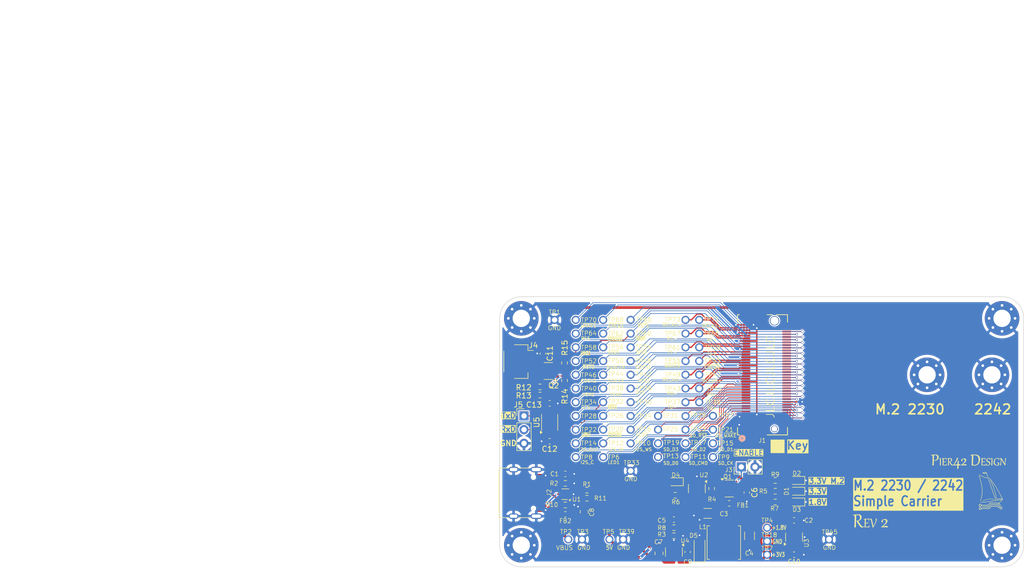
<source format=kicad_pcb>
(kicad_pcb (version 20240108) (generator "pcbnew") (generator_version "8.0")
  (title_block (title "P42 M.2 Simple Carrier") (date "2025-04-06") (rev "2.0") (company "Pier42 Electronics Design") (comment 1 "(c) 2025 Wolfgang Friedrich") (comment 3 "Released under:") (comment 4 "Creative Commons Attribution-ShareAlike 4.0 International (CC BY-SA 4.0)"))
  (layers (0 "F.Cu" signal) (31 "B.Cu" signal) (34 "B.Paste" user) (35 "F.Paste" user) (36 "B.SilkS" user "B.Silkscreen") (37 "F.SilkS" user "F.Silkscreen") (38 "B.Mask" user) (39 "F.Mask" user) (44 "Edge.Cuts" user))
  (net 0 "")
  (net 1 "VBUS")
  (net 2 "GND")
  (net 3 "+3V3_M.2")
  (net 4 "+3V3")
  (net 5 "+5V")
  (net 6 "/SW")
  (net 7 "/FB")
  (net 8 "+1V8")
  (net 9 "/nOC")
  (net 10 "/REFCLK1-")
  (net 11 "/PER1-")
  (net 12 "/PET1+")
  (net 13 "/USB_D-")
  (net 14 "/REFCLK0+")
  (net 15 "/PET1-")
  (net 16 "/REFCLK0-")
  (net 17 "/PER0-")
  (net 18 "/PET0-")
  (net 19 "/USB_D+")
  (net 20 "/PER1+")
  (net 21 "/PER0+")
  (net 22 "/PET0+")
  (net 23 "/REFCLK1+")
  (net 24 "/D0+")
  (net 25 "/CC1_1")
  (net 26 "/D0-")
  (net 27 "/CC2_1")
  (net 28 "/EN")
  (net 29 "Net-(J1-VENDOR_DEFINED-Pad40)")
  (net 30 "Net-(J1-(E)PCM_IN{slash}I2S_IN)")
  (net 31 "Net-(J1-COEX2)")
  (net 32 "Net-(J1-UIM_SWP{slash}~{PERST1})")
  (net 33 "Net-(J1-UART_RTS)")
  (net 34 "Net-(J1-(E)SDIO_CLK{slash}SYSCLK)")
  (net 35 "Net-(J1-(E)SDIO_CMD)")
  (net 36 "Net-(J1-(A)-Pad30)")
  (net 37 "Net-(J1-n.c.{slash}SDIO_DATA2)")
  (net 38 "Net-(J1-(A)GND)")
  (net 39 "Net-(J1-(E)PCM_SYNC{slash}I2S_WS)")
  (net 40 "Net-(J1-~{LED_2})")
  (net 41 "Net-(J1-~{ALERT})")
  (net 42 "Net-(J1-n.c.{slash}~{SDIO_WAKE})")
  (net 43 "Net-(J1-~{PEWAKE0})")
  (net 44 "Net-(J1-n.c.{slash}~{SDIO_RESET})")
  (net 45 "Net-(J1-COEX1)")
  (net 46 "Net-(J1-VENDOR_DEFINED-Pad42)")
  (net 47 "Net-(J1-~{W_DISABLE2})")
  (net 48 "Net-(J1-(A)-Pad25)")
  (net 49 "Net-(J1-(E)SDIO_DATA0)")
  (net 50 "Net-(J1-(A)-Pad26)")
  (net 51 "Net-(J1-(A)-Pad24)")
  (net 52 "Net-(J1-~{UART_WAKE})")
  (net 53 "Net-(J1-(E)SDIO_DATA1)")
  (net 54 "Net-(J1-COEX3)")
  (net 55 "Net-(J1-~{LED_1})")
  (net 56 "Net-(J1-~{W_DISABLE1})")
  (net 57 "Net-(J1-(A)-Pad29)")
  (net 58 "Net-(J1-~{PERST0})")
  (net 59 "Net-(J1-n.c.{slash}SDIO_DATA3)")
  (net 60 "Net-(J1-(A)-Pad28)")
  (net 61 "Net-(J1-(A)-Pad31)")
  (net 62 "Net-(J1-VENDOR_DEFINED-Pad38)")
  (net 63 "Net-(J1-~{CLKREQ0})")
  (net 64 "Net-(J1-SUSCLK)")
  (net 65 "Net-(J1-UART_CTS)")
  (net 66 "Net-(J1-UIM_POWER_SNK{slash}~{CLKREQ1})")
  (net 67 "Net-(J1-UIM_POWER_SRC{slash}GPIO1{slash}~{PEWAKE1})")
  (net 68 "Net-(J1-RESERVED)")
  (net 69 "Net-(J1-(E)PCM_CLK{slash}I2S_SCK)")
  (net 70 "Net-(J1-(E)PCM_OUT{slash}I2S_SD_OUT)")
  (net 71 "Net-(U4-CB)")
  (net 72 "Net-(D1-A)")
  (net 73 "Net-(D2-A)")
  (net 74 "Net-(D3-A)")
  (net 75 "Net-(D4-A)")
  (net 76 "Net-(Q1-S)")
  (net 80 "/SDA")
  (net 81 "/SCL")
  (net 82 "/TXD")
  (net 83 "/RXD")
  (net 84 "/SDA_1V8")
  (net 85 "/SCL_1V8")
  (net 86 "/TXD_1V8")
  (net 87 "/RXD_1V8")
  (footprint "Capacitor_SMD:C_1206_3216Metric" (layer "F.Cu") (at 154.25 113.75 -90)
    (property "Reference" "C4")
    (property "Value" "10u" (hide yes))
  )
  (footprint "Capacitor_SMD:C_0603_1608Metric" (layer "F.Cu") (at 117.25 96.25 180)
    (property "Reference" "C12")
    (property "Value" "100nF" (hide yes))
  )
  (footprint "P42:THTPad_D1.5mm_Drill1.0mm" (layer "F.Cu") (at 142.4 86.48)
    (property "Reference" "TP43")
    (property "Value" "R0-")
  )
  (footprint "MountingHole:MountingHole_3.2mm_M3_Pad_Via" (layer "F.Cu") (at 201 115.5)
    (property "Reference" "H4" (hide yes))
    (property "Value" "MountingHole_Pad" (hide yes))
  )
  (footprint "Capacitor_SMD:C_0603_1608Metric" (layer "F.Cu") (at 142.8 116.75 -90)
    (property "Reference" "C9")
    (property "Value" "100nF" (hide yes))
  )
  (footprint "Connector_PinHeader_2.54mm:PinHeader_1x02_P2.54mm_Vertical" (layer "F.Cu") (at 152.725 101 90)
    (property "Reference" "J3")
    (property "Value" "ENABLE" (hide yes))
  )
  (footprint "P42:THTPad_D1.5mm_Drill1.0mm" (layer "F.Cu") (at 144.94 86.48)
    (property "Reference" "TP41")
    (property "Value" "R0+")
  )
  (footprint "Resistor_SMD:R_0603_1608Metric" (layer "F.Cu") (at 140.25 113.75 180)
    (property "Reference" "R3")
    (property "Value" "15K4" (hide yes))
  )
  (footprint "Connector_JST:JST_SH_SM04B-SRSS-TB_1x04-1MP_P1.00mm_Horizontal" (layer "F.Cu") (at 111.45 81.5 -90)
    (property "Reference" "J4")
    (property "Value" "QWIIC")
  )
  (footprint "P42:THTPad_D1.5mm_Drill1.0mm" (layer "F.Cu") (at 147.48 91.56)
    (property "Reference" "TP27")
    (property "Value" "27")
  )
  (footprint "Resistor_SMD:R_0603_1608Metric" (layer "F.Cu") (at 120.15 108.05)
    (property "Reference" "R10")
    (property "Value" "5K1" (hide yes))
  )
  (footprint "LED_SMD:LED_0603_1608Metric" (layer "F.Cu") (at 163 105.5 180)
    (property "Reference" "D1")
    (property "Value" "Yellow" (hide yes))
  )
  (footprint "LED_SMD:LED_0603_1608Metric" (layer "F.Cu") (at 163 103.5 180)
    (property "Reference" "D2")
    (property "Value" "Green" (hide yes))
  )
  (footprint "Capacitor_SMD:C_1206_3216Metric" (layer "F.Cu") (at 146.5 109.6 180)
    (property "Reference" "C3")
    (property "Value" "10u" (hide yes))
  )
  (footprint "P42:THTPad_D1.5mm_Drill1.0mm" (layer "F.Cu") (at 128.32 114.42)
    (property "Reference" "TP5")
    (property "Value" "5V" (hide yes))
  )
  (footprint "Connector_PinHeader_2.54mm:PinHeader_1x03_P2.54mm_Vertical" (layer "F.Cu") (at 112.5 91.56)
    (property "Reference" "J5")
    (property "Value" "UART")
  )
  (footprint "P42:THTPad_D1.5mm_Drill1.0mm" (layer "F.Cu") (at 127.16 99.18)
    (property "Reference" "TP6")
    (property "Value" "LED1")
  )
  (footprint "P42:THTPad_D1.5mm_Drill1.0mm" (layer "F.Cu") (at 144.94 83.94)
    (property "Reference" "TP47")
    (property "Value" "RCLK0+")
  )
  (footprint "Package_TO_SOT_SMD:SOT-23-6" (layer "F.Cu") (at 140.25 116.75 -90)
    (property "Reference" "U4")
    (property "Value" "AP3211" (hide yes))
  )
  (footprint "Package_SO:SSOP-8_2.95x2.8mm_P0.65mm" (layer "F.Cu") (at 117.25 92.75 90)
    (property "Reference" "U5")
    (property "Value" "TXS0102DCT" (hide yes))
  )
  (footprint "P42:THTPad_D1.5mm_Drill1.0mm" (layer "F.Cu") (at 122.08 91.56)
    (property "Reference" "TP28")
    (property "Value" "28")
  )
  (footprint "Connector_USB:USB_C_Receptacle_G-Switch_GT-USB-7010ASV" (layer "F.Cu") (at 111.65 105.8 -90)
    (property "Reference" "J2")
    (property "Value" "USB_C" (hide yes))
  )
  (footprint "P42:THTPad_D1.5mm_Drill1.0mm" (layer "F.Cu") (at 122.08 83.94)
    (property "Reference" "TP46")
    (property "Value" "COEX2")
  )
  (footprint "Package_TO_SOT_SMD:SOT-23-5" (layer "F.Cu") (at 162.5 114 90)
    (property "Reference" "U3")
    (property "Value" "AP2125KS-1.8" (hide yes))
  )
  (footprint "P42:NGFF_M.2_AE-Key_AMP_MDT420" (layer "F.Cu") (at 153.6 93.2 90)
    (property "Reference" "J1")
    (property "Value" "Bus_M.2_Adapter_AllPins" (hide yes))
  )
  (footprint "P42:THTPad_D1.5mm_Drill1.0mm" (layer "F.Cu") (at 147.48 94.1)
    (property "Reference" "TP21")
    (property "Value" "SD_~{WAKE}")
  )
  (footprint "P42:THTPad_D1.5mm_Drill1.0mm" (layer "F.Cu") (at 123.24 114.42)
    (property "Reference" "TP3")
    (property "Value" "GND" (hide yes))
  )
  (footprint "P42:THTPad_D1.5mm_Drill1.0mm" (layer "F.Cu") (at 132.24 73.78)
    (property "Reference" "TP66")
    (property "Value" "~{RST1}")
  )
  (footprint "Capacitor_SMD:C_0603_1608Metric" (layer "F.Cu") (at 117.25 89.25)
    (property "Reference" "C13")
    (property "Value" "100nF" (hide yes))
  )
  (footprint "Capacitor_SMD:C_0603_1608Metric" (layer "F.Cu") (at 140.25 110.75)
    (property "Reference" "C5")
    (property "Value" "100nF" (hide yes))
  )
  (footprint "P42:THTPad_D1.5mm_Drill1.0mm" (layer "F.Cu") (at 120.7 114.42)
    (property "Reference" "TP2")
    (property "Value" "VBUS" (hide yes))
  )
  (footprint "Capacitor_SMD:C_0603_1608Metric" (layer "F.Cu") (at 153.75 105.75 -90)
    (property "Reference" "C6")
    (property "Value" "2.2u" (hide yes))
  )
  (footprint "P42:THTPad_D1.5mm_Drill1.0mm" (layer "F.Cu") (at 137.32 91.56)
    (property "Reference" "TP31")
    (property "Value" "31")
  )
  (footprint "Package_TO_SOT_SMD:SOT-23-6" (layer "F.Cu") (at 117 83.25 180)
    (property "Reference" "Q2")
    (property "Value" "FDC6303N" (hide yes))
  )
  (footprint "Package_TO_SOT_SMD:SOT-666" (layer "F.Cu") (at 120.15 106.05 180)
    (property "Reference" "U1")
    (property "Value" "USBLC6-2" (hide yes))
  )
  (footprint "P42:THTPad_D1.5mm_Drill1.0mm" (layer "F.Cu") (at 122.08 89.02)
    (property "Reference" "TP34")
    (property "Value" "CTS")
  )
  (footprint "Resistor_SMD:R_0603_1608Metric" (layer "F.Cu") (at 159 103.5)
    (property "Reference" "R9")
    (property "Value" "5K1" (hide yes))
  )
  (footprint "Resistor_SMD:R_0603_1608Metric" (layer "F.Cu") (at 140.25 112.25)
    (property "Reference" "R8")
    (property "Value" "47K0" (hide yes))
  )
  (footprint "Resistor_SMD:R_0603_1608Metric" (layer "F.Cu") (at 159 107.5 180)
    (property "Reference" "R7")
    (property "Value" "27R" (hide yes))
  )
  (footprint "P42:THTPad_D1.5mm_Drill1.0mm" (layer "F.Cu") (at 132.24 96.64)
    (property "Reference" "TP10")
    (property "Value" "I2S_WS")
  )
  (footprint "P42:THTPad_D1.5mm_Drill1.0mm" (layer "F.Cu") (at 127.16 91.56)
    (property "Reference" "TP26")
    (property "Value" "26")
  )
  (footprint "P42:THTPad_D1.5mm_Drill1.0mm" (layer "F.Cu") (at 130.86 114.42)
    (property "Reference" "TP39")
    (property "Value" "GND")
  )
  (footprint "MountingHole:MountingHole_3.2mm_M3_Pad_Via" (layer "F.Cu") (at 112 115.5)
    (property "Reference" "H3" (hide yes))
    (property "Value" "MountingHole_Pad" (hide yes))
  )
  (footprint "Inductor_SMD:L_0603_1608Metric" (layer "F.Cu") (at 120.15 109.8 180)
    (property "Reference" "FB2")
    (property "Value" "600R/0.5A" (hide yes))
  )
  (footprint "Resistor_SMD:R_0603_1608Metric" (layer "F.Cu") (at 115.45 86.2)
    (property "Reference" "R12")
    (property "Value" "47K0" (hide yes))
  )
  (footprint "P42:THTPad_D1.5mm_Drill1.0mm" (layer "F.Cu") (at 157.5 117.25)
    (property "Reference" "TP7")
    (property "Value" "+3V3" (hide yes))
  )
  (footprint "P42:THTPad_D1.5mm_Drill1.0mm" (layer "F.Cu") (at 132.24 76.32)
    (property "Reference" "TP60")
    (property "Value" "SCL")
  )
  (footprint "P42:Pier42 Design_14.1mmx3.0mm" (layer "F.Cu") (at 194.8 99.9)
    (property "Reference" "G***" (hide yes))
    (property "Value" "LOGO" (hide yes))
  )
  (footprint "MountingHole:MountingHole_3.2mm_M3_Pad_Via" (layer "F.Cu") (at 187.125 83.95)
    (property "Reference" "H5" (hide yes))
    (property "Value" "MountingHole_Pad" (hide yes))
  )
  (footprint "P42:THTPad_D1.5mm_Drill1.0mm" (layer "F.Cu") (at 144.94 89.02)
    (property "Reference" "TP35")
    (property "Value" "T0+")
  )
  (footprint "Inductor_SMD:L_Bourns_SRN6045TA" (layer "F.Cu") (at 149.5 115 90)
    (property "Reference" "L1")
    (property "Value" "4.7uH" (hide yes))
  )
  (footprint "P42:Rev 2_6.5mmx2.4mm" (layer "F.Cu") (at 176.6 111)
    (property "Reference" "G***" (hide yes))
    (property "Value" "LOGO" (hide yes))
  )
  (footprint "P42:THTPad_D1.5mm_Drill1.0mm" (layer "F.Cu") (at 144.94 76.32)
    (property "Reference" "TP65")
    (property "Value" "R1+")
  )
  (footprint "MountingHole:MountingHole_3.2mm_M3_Pad_Via" (layer "F.Cu") (at 112 73.5)
    (property "Reference" "H2" (hide yes))
    (property "Value" "MountingHole_Pad" (hide yes))
  )
  (footprint "P42:THTPad_D1.5mm_Drill1.0mm" (layer "F.Cu") (at 122.08 94.1)
    (property "Reference" "TP22")
    (property "Value" "RxD")
  )
  (footprint "P42:THTPad_D1.5mm_Drill1.0mm" (layer "F.Cu") (at 132.24 81.4)
    (property "Reference" "TP48")
    (property "Value" "COEX1")
  )
  (footprint "Capacitor_SMD:C_0805_2012Metric" (layer "F.Cu") (at 137.5 117 90)
    (property "Reference" "C7")
    (property "Value" "4.7u" (hide yes))
  )
  (footprint "P42:THTPad_D1.5mm_Drill1.0mm" (layer "F.Cu") (at 142.4 89.02)
    (property "Reference" "TP37")
    (property "Value" "T0-")
  )
  (footprint "Resistor_SMD:R_0603_1608Metric" (layer "F.Cu") (at 115.45 87.7)
    (property "Reference" "R13")
    (property "Value" "47K0" (hide yes))
  )
  (footprint "Resistor_SMD:R_0603_1608Metric" (layer "F.Cu") (at 120 81.75 90)
    (property "Reference" "R15")
    (property "Value" "47K0" (hide yes))
  )
  (footprint "P42:THTPad_D1.5mm_Drill1.0mm" (layer "F.Cu") (at 127.16 83.94)
    (property "Reference" "TP44")
    (property "Value" "COEX3")
  )
  (footprint "Package_TO_SOT_SMD:SOT-23-5" (layer "F.Cu") (at 144.5 105 -90)
    (property "Reference" "U2")
    (property "Value" "TPS2041B" (hide yes))
  )
  (footprint "P42:THTPad_D1.5mm_Drill1.0mm" (layer "F.Cu") (at 132.24 83.94)
    (property "Reference" "TP42")
    (property "Value" "VEN2")
  )
  (footprint "P42:THTPad_D1.5mm_Drill1.0mm" (layer "F.Cu") (at 132.24 94.1)
    (property "Reference" "TP16")
    (property "Value" "LED2")
  )
  (footprint "Package_TO_SOT_SMD:SOT-23-3" (layer "F.Cu") (at 150.5 105)
    (property "Reference" "Q1")
    (property "Value" "FDN304P" (hide yes))
  )
  (footprint "LED_SMD:LED_0603_1608Metric" (layer "F.Cu") (at 163 107.5 180)
    (property "Reference" "D3")
    (property "Value" "Yellow" (hide yes))
  )
  (footprint "P42:THTPad_D1.5mm_Drill1.0mm" (layer "F.Cu") (at 127.16 94.1)
    (property "Reference" "TP20")
    (property "Value" "~{WAKE}")
  )
  (footprint "P42:THTPad_D1.5mm_Drill1.0mm" (layer "F.Cu") (at 142.4 78.86)
    (property "Reference" "TP61")
    (property "Value" "T1-")
  )
  (footprint "P42:THTPad_D1.5mm_Drill1.0mm" (layer "F.Cu") (at 122.08 73.78)
    (property "Reference" "TP70")
    (property "Value" "~{WAKE1}")
  )
  (footprint "P42:THTPad_D1.5mm_Drill1.0mm" (layer "F.Cu") (at 127.16 86.48)
    (property "Reference" "TP38")
    (property "Value" "VEN0")
  )
  (footprint "P42:THTPad_D1.5mm_Drill1.0mm" (layer "F.Cu") (at 122.08 78.86)
    (property "Reference" "TP58")
    (property "Value" "SDA")
  )
  (footprint "Resistor_SMD:R_0603_1608Metric" (layer "F.Cu") (at 120.15 104.05)
    (property "Reference" "R2")
    (property "Value" "5K1" (hide yes))
  )
  (footprint "P42:THTPad_D1.5mm_Drill1.0mm" (layer "F.Cu") (at 132.24 86.48)
    (property "Reference" "TP36")
    (property "Value" "RTS")
  )
  (footprint "P42:THTPad_D1.5mm_Drill1.0mm" (layer "F.Cu") (at 142.4 96.64)
    (property "Reference" "TP17")
    (property "Value" "SD_D2")
  )
  (footprint "P42:THTPad_D1.5mm_Drill1.0mm" (layer "F.Cu") (at 137.32 96.64)
    (property "Reference" "TP19")
    (property "Value" "SD_D3")
  )
  (footprint "Resistor_SMD:R_0603_1608Metric" (layer "F.Cu") (at 159 105.5 180)
    (property "Reference" "R5")
    (property "Value" "5K1" (hide yes))
  )
  (footprint "Capacitor_SMD:C_0603_1608Metric" (layer "F.Cu") (at 116 80.05 90)
    (property "Reference" "C11")
    (property "Value" "2.2u" (hide yes))
  )
  (footprint "P42:THTPad_D1.5mm_Drill1.0mm" (layer "F.Cu") (at 147.48 96.64)
    (property "Reference" "TP15")
    (property "Value" "SD_D1")
  )
  (footprint "Inductor_SMD:L_0603_1608Metric" (layer "F.Cu") (at 150.5 107.75)
    (property "Reference" "FB1")
    (property "Value" "600R/0.5A" (hide yes))
  )
  (footprint "P42:THTPad_D1.5mm_Drill1.0mm" (layer "F.Cu") (at 142.4 91.6)
    (property "Reference" "TP29")
    (property "Value" "29")
  )
  (footprint "Diode_SMD:D_SOD-123" (layer "F.Cu") (at 145 116.25 90)
    (property "Reference" "D5")
    (property "Value" "DSS26" (hide yes))
  )
  (footprint "P42:THTPad_D1.5mm_Drill1.0mm" (layer "F.Cu") (at 137.32 94.1)
    (property "Reference" "TP25")
    (property "Value" "25")
  )
  (footprint "P42:THTPad_D1.5mm_Drill1.0mm" (layer "F.Cu") (at 132.24 101.72)
    (property "Reference" "TP33")
    (property "Value" "GND")
  )
  (footprint "P42:THTPad_D1.5mm_Drill1.0mm" (layer "F.Cu") (at 122.08 99.18)
    (property "Reference" "TP8")
    (property "Value" "I2S_C")
  )
  (footprint "P42:logo_5.1mmX6.4mm_FSilk" (layer "F.Cu") (at 198.9 105.1)
    (property "Reference" "G***" (hide yes))
    (property "Value" "LOGO" (hide yes))
  )
  (footprint "P42:THTPad_D1.5mm_Drill1.0mm" (layer "F.Cu") (at 147.48 99.18)
    (property "Reference" "TP9")
    (property "Value" "SD_CK")
  )
  (footprint "P42:THTPad_D1.5mm_Drill1.0mm" (layer "F.Cu") (at 137.32 99.18)
    (property "Reference" "TP13")
    (property "Value" "SD_D0")
  )
  (footprint "Capacitor_SMD:C_0603_1608Metric" (layer "F.Cu") (at 120.15 102.3 180)
    (property "Reference" "C1")
    (property "Value" "10n" (hide yes))
  )
  (footprint "P42:THTPad_D1.5mm_Drill1.0mm" (layer "F.Cu") (at 127.16 73.78)
    (property "Reference" "TP68")
    (property "Value" "~{CREQ1}")
  )
  (footprint "MountingHole:MountingHole_3.2mm_M3_Pad_Via" (layer "F.Cu") (at 199.125 83.95)
    (property "Reference" "H6" (hide yes))
    (property "Value" "MountingHole_Pad" (hide yes))
  )
  (footprint "Resistor_SMD:R_0603_1608Metric" (layer "F.Cu") (at 120 85 90)
    (property "Reference" "R14")
    (property "Value" "47K0" (hide yes))
  )
  (footprint "Capacitor_SMD:C_0603_1608Metric" (layer "F.Cu") (at 162.5 117.25)
    (property "Reference" "C10")
    (property "Value" "2.2u" (hide yes))
  )
  (footprint "P42:THTPad_D1.5mm_Drill1.0mm" (layer "F.Cu") (at 122.08 96.64)
    (property "Reference" "TP14")
    (property "Value" "I2S_OUT")
  )
  (footprint "P42:THTPad_D1.5mm_Drill1.0mm" (layer "F.Cu") (at 142.4 81.4)
    (property "Reference" "TP55")
    (property "Value" "~{WAKE0}")
  )
  (footprint "P42:THTPad_D1.5mm_Drill1.0mm" (layer "F.Cu") (at 127.16 89.02)
    (property "Reference" "TP32")
    (property "Value" "TxD")
  )
  (footprint "Resistor_SMD:R_0603_1608Metric" (layer "F.Cu") (at 124.15 105.3 180)
    (property "Reference" "R1")
    (property "Value" "27R" (hide yes))
  )
  (footprint "P42:THTPad_D1.5mm_Drill1.0mm" (layer "F.Cu") (at 118.16 73.78)
    (property "Reference" "TP1")
    (property "Value" "GND")
  )
  (footprint "P42:THTPad_D1.5mm_Drill1.0mm" (layer "F.Cu") (at 142.4 99.18)
    (property "Reference" "TP11")
    (property "Value" "SD_CMD")
  )
  (footprint "LED_SMD:LED_0603_1608Metric" (layer "F.Cu") (at 140.5 103.75 180)
    (property "Reference" "D4")
    (property "Value" "Red" (hide yes))
  )
  (footprint "P42:THTPad_D1.5mm_Drill1.0mm" (layer "F.Cu") (at 127.16 78.86)
    (property "Reference" "TP56")
    (property "Value" "~{DIS1}")
  )
  (footprint "Resistor_SMD:R_0603_1608Metric" (layer "F.Cu") (at 140.5 106.25)
    (property "Reference" "R6")
    (property "Value" "5K1" (hide yes))
  )
  (footprint "Capacitor_SMD:C_0805_2012Metric" (layer "F.Cu") (at 123.65 109.3 90)
    (property "Reference" "C8")
    (property "Value" "4.7u" (hide yes))
  )
  (footprint "P42:THTPad_D1.5mm_Drill1.0mm" (layer "F.Cu") (at 144.94 81.4)
    (property "Reference" "TP53")
    (property "Value" "~{CREQ0}")
  )
  (footprint "P42:THTPad_D1.5mm_Drill1.0mm" (layer "F.Cu") (at 122.08 86.48)
    (property "Reference" "TP40")
    (property "Value" "VEN1")
  )
  (footprint "P42:THTPad_D1.5mm_Drill1.0mm" (layer "F.Cu") (at 142.4 76.32)
    (property "Reference" "TP67")
    (property "Value" "R1-")
  )
  (footprint "P42:THTPad_D1.5mm_Drill1.0mm" (layer "F.Cu") (at 157.5 114.75)
    (property "Reference" "TP18")
    (property "Value" "GND" (hide yes))
  )
  (footprint "Resistor_SMD:R_0603_1608Metric" (layer "F.Cu") (at 124.15 106.8 180)
    (property "Reference" "R11")
    (property "Value" "27R" (hide yes))
  )
  (footprint "P42:THTPad_D1.5mm_Drill1.0mm" (layer "F.Cu") (at 142.4 83.94)
    (property "Reference" "TP49")
    (property "Value" "RCLK0-")
  )
  (footprint "P42:THTPad_D1.5mm_Drill1.0mm" (layer "F.Cu") (at 127.16 81.4)
    (property "Reference" "TP50")
    (property "Value" "SUSCLK")
  )
  (footprint "P42:THTPad_D1.5mm_Drill1.0mm" (layer "F.Cu") (at 144.94 78.86)
    (property "Reference" "TP59")
    (property "Value" "T1+")
  )
  (footprint "P42:THTPad_D1.5mm_Drill1.0mm" (layer "F.Cu") (at 132.24 89.02)
    (property "Reference" "TP30")
    (property "Value" "30")
  )
  (footprint "P42:THTPad_D1.5mm_Drill1.0mm" (layer "F.Cu") (at 144.94 73.78)
    (property "Reference" "TP71")
    (property "Value" "RCLK1+")
  )
  (footprint "P42:THTPad_D1.5mm_Drill1.0mm" (layer "F.Cu") (at 142.4 73.78)
    (property "Reference" "TP73")
    (property "Value" "RCLK1-")
  )
  (footprint "Capacitor_SMD:C_0603_1608Metric" (layer "F.Cu") (at 162.5 110.9)
    (property "Reference" "C2")
    (property "Value" "2.2u" (hide yes))
  )
  (footprint "P42:THTPad_D1.5mm_Drill1.0mm" (layer "F.Cu") (at 142.4 94.1)
    (property "Reference" "TP23")
    (property "Value" "SD_~{RST}")
  )
  (footprint "P42:THTPad_D1.5mm_Drill1.0mm" (layer "F.Cu") (at 132.24 91.56)
    (property "Reference" "TP24")
    (property "Value" "24")
  )
  (footprint "P42:THTPad_D1.5mm_Drill1.0mm" (layer "F.Cu") (at 157.5 112.25)
    (property "Reference" "TP4")
    (property "Value" "+1.8V" (hide yes))
  )
  (footprint "Resistor_SMD:R_0603_1608Metric" (layer "F.Cu") (at 147.25 105 -90)
    (property "Reference" "R4")
    (property "Value" "47K0" (hide yes))
  )
  (footprint "P42:THTPad_D1.5mm_Drill1.0mm" (layer "F.Cu") (at 168.96 114.42)
    (property "Reference" "TP45")
    (property "Value" "GND")
  )
  (footprint "P42:THTPad_D1.5mm_Drill1.0mm" (layer "F.Cu") (at 122.08 81.4)
    (property "Reference" "TP52")
    (property "Value" "~{RST0}")
  )
  (footprint "MountingHole:MountingHole_3.2mm_M3_Pad_Via" (layer "F.Cu") (at 201 73.5)
    (property "Reference" "H1" (hide yes))
    (property "Value" "MountingHole_Pad" (hide yes))
  )
  (footprint "P42:THTPad_D1.5mm_Drill1.0mm" (layer "F.Cu") (at 122.08 76.32)
    (property "Reference" "TP64")
    (property "Value" "RES")
  )
  (footprint "P42:THTPad_D1.5mm_Drill1.0mm" (layer "F.Cu") (at 127.16 76.32)
    (property "Reference" "TP62")
    (property "Value" "~{ALERT}")
  )
  (footprint "P42:THTPad_D1.5mm_Drill1.0mm" (layer "F.Cu") (at 127.16 96.64)
    (property "Reference" "TP12")
    (property "Value" "I2S_IN")
  )
  (footprint "P42:THTPad_D1.5mm_Drill1.0mm" (layer "F.Cu") (at 132.24 78.86)
    (property "Reference" "TP54")
    (property "Value" "~{DIS2}")
  )
  (gr_rect (start 158.2 96) (end 160.7 98.4) (stroke (width 0.1)) (fill solid) (layer "F.SilkS"))
  (gr_arc (start 112 119.5) (mid 109.171573 118.328427) (end 108 115.5) (stroke (width 0.1)) (layer "Edge.Cuts"))
  (gr_line (start 201 69.5) (end 112 69.5) (stroke (width 0.1)) (layer "Edge.Cuts"))
  (gr_line (start 108 73.5) (end 108 115.5) (stroke (width 0.1)) (layer "Edge.Cuts"))
  (gr_arc (start 108 73.5) (mid 109.171573 70.671573) (end 112 69.5) (stroke (width 0.1)) (layer "Edge.Cuts"))
  (gr_line (start 112 119.5) (end 200.999972 119.5) (stroke (width 0.1)) (layer "Edge.Cuts"))
  (gr_arc (start 205 115.499993) (mid 203.82842 118.328435) (end 200.999972 119.5) (stroke (width 0.1)) (layer "Edge.Cuts"))
  (gr_arc (start 201 69.5) (mid 203.828427 70.671573) (end 205 73.5) (stroke (width 0.1)) (layer "Edge.Cuts"))
  (gr_line (start 205 115.499993) (end 205 73.5) (stroke (width 0.1)) (layer "Edge.Cuts"))
  (gr_text "Key" (at 161 97.9 0) (layer "F.SilkS" knockout) (effects (font (size 1.5 1.5) (thickness 0.25) (bold yes)) (justify left bottom)))
  (gr_text "1.8V" (at 165.1 108.1 0) (layer "F.SilkS" knockout) (effects (font (size 1 1) (thickness 0.2) (bold yes)) (justify left bottom)))
  (gr_text "3.3V" (at 165.1 106.1 0) (layer "F.SilkS" knockout) (effects (font (size 1 1) (thickness 0.2) (bold yes)) (justify left bottom)))
  (gr_text "M.2 2230 / 2242\nSimple Carrier" (at 173.3 108.4 0) (layer "F.SilkS" knockout) (effects (font (size 1.8 1.5) (thickness 0.3) (bold yes)) (justify left bottom)))
  (gr_text "ENABLE" (at 151.2 99 0) (layer "F.SilkS" knockout) (effects (font (size 1 1)) (justify left bottom)))
  (gr_text "TxD" (at 108.22 92.1 0) (layer "F.SilkS" knockout) (effects (font (size 1 1) (thickness 0.2) (bold yes)) (justify left bottom)))
  (gr_text "RxD" (at 108.02 94.6 0) (layer "F.SilkS" knockout) (effects (font (size 1 1) (thickness 0.2) (bold yes)) (justify left bottom)))
  (gr_text "M.2 2230    2242" (at 177.3 91.4 0) (layer "F.SilkS") (effects (font (size 1.8 1.8) (thickness 0.3) (bold yes)) (justify left bottom)))
  (gr_text "3.3V M.2" (at 165.1 104.2 0) (layer "F.SilkS" knockout) (effects (font (size 1 1) (thickness 0.2) (bold yes)) (justify left bottom)))
  (gr_text "JLCJLCJLCJLC" (at 159 92.15 90) (layer "F.SilkS") (effects (font (size 1.5 1.5) (thickness 0.127)) (justify left bottom)))
  (gr_text "GND" (at 107.95 97.2 0) (layer "F.SilkS") (effects (font (size 1 1) (thickness 0.2) (bold yes)) (justify left bottom)))
  (segment (start 114.390305 103.8) (end 114.790305 103.4) (width 0.3) (layer "F.Cu") (net 1))
  (segment (start 114.790305 108.2) (end 114.555305 107.965) (width 0.3) (layer "F.Cu") (net 1))
  (segment (start 114.790305 103.4) (end 115.375 103.4) (width 0.3) (layer "F.Cu") (net 1))
  (segment (start 118.45 109.8) (end 119.3625 109.8) (width 0.5) (layer "F.Cu") (net 1))
  (segment (start 115.375 108.2) (end 114.790305 108.2) (width 0.3) (layer "F.Cu") (net 1))
  (segment (start 119.3625 109.8) (end 119.3625 113.0825) (width 0.5) (layer "F.Cu") (net 1))
  (segment (start 117.25 103.4) (end 118.35 102.3) (width 0.5) (layer "F.Cu") (net 1))
  (segment (start 116.85 108.2) (end 118.45 109.8) (width 0.5) (layer "F.Cu") (net 1))
  (segment (start 114.555305 107.965) (end 114.265 107.965) (width 0.3) (layer "F.Cu") (net 1))
  (segment (start 113.5 107.2) (end 113.5 104.25) (width 0.3) (layer "F.Cu") (net 1))
  (segment (start 113.5 104.25) (end 113.95 103.8) (width 0.3) (layer "F.Cu") (net 1))
  (segment (start 113.95 103.8) (end 114.390305 103.8) (width 0.3) (layer "F.Cu") (net 1))
  (segment (start 114.265 107.965) (end 113.5 107.2) (width 0.3) (layer "F.Cu") (net 1))
  (segment (start 118.35 102.3) (end 119.375 102.3) (width 0.5) (layer "F.Cu") (net 1))
  (segment (start 115.375 103.4) (end 117.25 103.4) (width 0.5) (layer "F.Cu") (net 1))
  (segment (start 119.3625 113.0825) (end 120.7 114.42) (width 0.5) (layer "F.Cu") (net 1))
  (segment (start 119.225 106.05) (end 118.5 106.05) (width 0.3) (layer "F.Cu") (net 1))
  (segment (start 115.375 108.2) (end 116.85 108.2) (width 0.5) (layer "F.Cu") (net 1))
  (via (at 116.85 108.2) (size 0.45) (drill 0.3) (layers "F.Cu" "B.Cu") (net 1))
  (via (at 118.5 106.05) (size 0.45) (drill 0.3) (layers "F.Cu" "B.Cu") (net 1))
  (segment (start 118.5 106.05) (end 116.85 107.7) (width 0.3) (layer "B.Cu") (net 1))
  (segment (start 116.85 107.7) (end 116.85 108.2) (width 0.3) (layer "B.Cu") (net 1))
  (segment (start 155.6 80.7) (end 155.6 82.2) (width 0.25) (layer "F.Cu") (net 2))
  (segment (start 155.596094 77.696094) (end 155.6 77.7) (width 0.25) (layer "F.Cu") (net 2))
  (segment (start 153.6 85.197984) (end 155.597984 85.197984) (width 0.25) (layer "F.Cu") (net 2))
  (segment (start 153.6 82.197228) (end 155.597228 82.197228) (width 0.25) (layer "F.Cu") (net 2))
  (segment (start 163.998694 88.96) (end 164 88.958694) (width 0.25) (layer "F.Cu") (net 2))
  (segment (start 155.6 85.2) (end 155.6 91.3) (width 0.25) (layer "F.Cu") (net 2))
  (segment (start 153.6 77.696094) (end 155.596094 77.696094) (width 0.25) (layer "F.Cu") (net 2))
  (segment (start 163.7875 105.5) (end 164.7 105.5) (width 0.5) (layer "F.Cu") (net 2))
  (segment (start 153.6 82.197228) (end 152.071449 82.197228) (width 0.25) (layer "F.Cu") (net 2))
  (segment (start 116.475 96.25) (end 115.75 96.25) (width 0.25) (layer "F.Cu") (net 2))
  (segment (start 116.77 95.58) (end 116.77 95.955) (width 0.25) (layer "F.Cu") (net 2))
  (segment (start 116.77 95.955) (end 116.475 96.25) (width 0.25) (layer "F.Cu") (net 2))
  (segment (start 116.925 94.45) (end 116.925 95.425) (width 0.25) (layer "F.Cu") (net 2))
  (segment (start 155.6 79.2) (end 155.6 80.7) (width 0.25) (layer "F.Cu") (net 2))
  (segment (start 162.95 114) (end 164.45 114) (width 0.5) (layer "F.Cu") (net 2))
  (segment (start 155.597228 82.197228) (end 155.6 82.2) (width 0.25) (layer "F.Cu") (net 2))
  (segment (start 152.440693 79.196472) (end 152.44 79.195779) (width 0.25) (layer "F.Cu") (net 2))
  (segment (start 161.126309 88.96) (end 163.998694 88.96) (width 0.245) (layer "F.Cu") (net 2))
  (segment (start 151.725444 74.695338) (end 151.725003 74.695779) (width 0.25) (layer "F.Cu") (net 2))
  (segment (start 155.595716 76.195716) (end 155.6 76.2) (width 0.25) (layer "F.Cu") (net 2))
  (segment (start 123.65 108.35) (end 122.5 108.35) (width 0.5) (layer "F.Cu") (net 2))
  (segment (start 140.25 115.6125) (end 140.25 114.55) (width 0.5) (layer "F.Cu") (net 2))
  (segment (start 163.275 110.9) (end 164.3 110.9) (width 0.5) (layer "F.Cu") (net 2))
  (segment (start 154.25 115.225) (end 154.25 116.4) (width 0.5) (layer "F.Cu") (net 2))
  (segment (start 137.5 116.05) (end 137.5 115.05) (width 0.5) (layer "F.Cu") (net 2))
  (segment (start 151.994284 76.195716) (end 151.99 76.2) (width 0.25) (layer "F.Cu") (net 2))
  (segment (start 162.5 114.45) (end 162.95 114) (width 0.5) (layer "F.Cu") (net 2))
  (segment (start 115.375 102.6) (end 116.5 102.6) (width 0.5) (layer "F.Cu") (net 2))
  (segment (start 155.597606 83.697606) (end 155.6 83.7) (width 0.25) (layer "F.Cu") (net 2))
  (segment (start 153.6 79.196472) (end 152.440693 79.196472) (width 0.25) (layer "F.Cu") (net 2))
  (segment (start 155.6 76.2) (end 155.6 77.7) (width 0.25) (layer "F.Cu") (net 2))
  (segment (start 153.6 79.196472) (end 155.596472 79.196472) (width 0.25) (layer "F.Cu") (net 2))
  (segment (start 153.6 80.69685) (end 155.59685 80.69685) (width 0.25) (layer "F.Cu") (net 2))
  (segment (start 154.995338 74.695338) (end 155.6 75.3) (width 0.25) (layer "F.Cu") (net 2))
  (segment (start 153.6 74.695338) (end 151.725444 74.695338) (width 0.25) (layer "F.Cu") (net 2))
  (segment (start 120.975 108.05) (end 121.8 108.05) (width 0.5) (layer "F.Cu") (net 2))
  (segment (start 153.6 91.7) (end 152.404221 91.7) (width 0.25) (layer "F.Cu") (net 2))
  (segment (start 152.071449 82.197228) (end 152.07 82.195779) (width 0.25) (layer "F.Cu") (net 2))
  (segment (start 155.6 82.2) (end 155.6 83.7) (width 0.25) (layer "F.Cu") (net 2))
  (segment (start 153.6 74.695338) (end 154.995338 74.695338) (width 0.25) (layer "F.Cu") (net 2))
  (segment (start 155.597984 85.197984) (end 155.6 85.2) (width 0.25) (layer "F.Cu") (net 2))
  (segment (start 145 110.8) (end 145 110.025) (width 0.5) (layer "F.Cu") (net 2))
  (segment (start 152.51315 80.69685) (end 152.51 80.7) (width 0.25) (layer "F.Cu") (net 2))
  (segment (start 116.925 95.425) (end 116.77 95.58) (width 0.25) (layer "F.Cu") (net 2))
  (segment (start 145 114.6) (end 145 113.65) (width 0.5) (layer "F.Cu") (net 2))
  (segment (start 152.404221 91.7) (end 152.4 91.695779) (width 0.25) (layer "F.Cu") (net 2))
  (segment (start 155.596472 79.196472) (end 155.6 79.2) (width 0.25) (layer "F.Cu") (net 2))
  (segment (start 144.625 110) (end 145.025 109.6) (width 0.5) (layer "F.Cu") (net 2))
  (segment (start 153.6 93.2) (end 152.35 93.2) (width 0.25) (layer "F.Cu") (net 2))
  (segment (start 145 110.8) (end 145 109.625) (width 0.5) (layer "F.Cu") (net 2))
  (segment (start 163.7875 107.5) (end 164.7 107.5) (width 0.5) (layer "F.Cu") (net 2))
  (segment (start 153.6 83.697606) (end 152.201827 83.697606) (width 0.25) (layer "F.Cu") (net 2))
  (segment (start 155.6 91.3) (end 155.602403 91.3) (width 0.25) (layer "F.Cu") (net 2))
  (segment (start 155.6 75.3) (end 155.6 76.2) (width 0.25) (layer "F.Cu") (net 2))
  (segment (start 121.075 106.05) (end 121.67 106.05) (width 0.3) (layer "F.Cu") (net 2))
  (segment (start 155.59685 80.69685) (end 155.6 80.7) (width 0.25) (layer "F.Cu") (net 2))
  (segment (start 153.6 83.697606) (end 155.597606 83.697606) (width 0.25) (layer "F.Cu") (net 2))
  (segment (start 115.375 109) (end 116.5 109) (width 0.5) (layer "F.Cu") (net 2))
  (segment (start 114.95 80) (end 114.95 79.65) (width 0.5) (layer "F.Cu") (net 2))
  (segment (start 153.6 76.195716) (end 151.994284 76.195716) (width 0.25) (layer "F.Cu") (net 2))
  (segment (start 153.75 106.525) (end 153.75 107.4) (width 0.5) (layer "F.Cu") (net 2))
  (segment (start 141.075 113.75) (end 141.95 113.75) (width 0.5) (layer "F.Cu") (net 2))
  (segment (start 114.95 79.65) (end 115.325 79.275) (width 0.5) (layer "F.Cu") (net 2))
  (segment (start 163.275 117.25) (end 164.3 117.25) (width 0.5) (layer "F.Cu") (net 2))
  (segment (start 152.402016 85.197984) (end 152.4 85.2) (width 0.25) (layer "F.Cu") (net 2))
  (segment (start 118.025 89.25) (end 118.75 89.25) (width 0.25) (layer "F.Cu") (net 2))
  (segment (start 143.95 110) (end 144.625 110) (width 0.5) (layer "F.Cu") (net 2))
  (segment (start 153.6 80.69685) (end 152.51315 80.69685) (width 0.25) (layer "F.Cu") (net 2))
  (segment (start 144.5 103.8625) (end 144.5 102.75) (width 0.5) (layer "F.Cu") (net 2))
  (segment (start 153.6 85.197984) (end 152.402016 85.197984) (width 0.25) (layer "F.Cu") (net 2))
  (segment (start 155.6 83.7) (end 155.6 85.2) (width 0.25) (layer "F.Cu") (net 2))
  (segment (start 155.6 77.7) (end 155.6 79.2) (width 0.25) (layer "F.Cu") (net 2))
  (segment (start 145 110.025) (end 145.025 110) (width 0.5) (layer "F.Cu") (net 2))
  (segment (start 120.925 102.3) (end 121.8 102.3) (width 0.5) (layer "F.Cu") (net 2))
  (segment (start 152.201827 83.697606) (end 152.2 83.695779) (width 0.25) (layer "F.Cu") (net 2))
  (segment (start 115.325 79.275) (end 116 79.275) (width 0.5) (layer "F.Cu") (net 2))
  (segment (start 120.975 104.05) (end 121.8 104.05) (width 0.5) (layer "F.Cu") (net 2))
  (segment (start 161.125003 88.958694) (end 161.126309 88.96) (width 0.25) (layer "F.Cu") (net 2))
  (segment (start 152.263906 77.696094) (end 152.26 77.7) (width 0.25) (layer "F.Cu") (net 2))
  (segment (start 163.7875 103.5) (end 164.7 103.5) (width 0.5) (layer "F.Cu") (net 2))
  (segment (start 153.6 76.195716) (end 155.595716 76.195716) (width 0.25) (layer "F.Cu") (net 2))
  (segment (start 153.6 77.696094) (end 152.263906 77.696094) (width 0.25) (layer "F.Cu") (net 2))
  (segment (start 145 109.625) (end 145.025 109.6) (width 0.5) (layer "F.Cu") (net 2))
  (segment (start 162.5 115.1375) (end 162.5 114.45) (width 0.5) (layer "F.Cu") (net 2))
  (segment (start 145.025 110) (end 143.95 110) (width 0.5) (layer "F.Cu") (net 2))
  (segment (start 113.45 80) (end 114.95 80) (width 0.5) (layer "F.Cu") (net 2))
  (via (at 143.95 110) (size 0.45) (drill 0.3) (layers "F.Cu" "B.Cu") (net 2))
  (via (at 137.5 115.05) (size 0.45) (drill 0.3) (layers "F.Cu" "B.Cu") (net 2))
  (via (at 121.8 108.05) (size 0.45) (drill 0.3) (layers "F.Cu" "B.Cu") (net 2))
  (via (at 116.5 109) (size 0.45) (drill 0.3) (layers "F.Cu" "B.Cu") (net 2))
  (via (at 152.07 82.195779) (size 0.45) (drill 0.3) (layers "F.Cu" "B.Cu") (net 2))
  (via (at 164.7 107.5) (size 0.45) (drill 0.3) (layers "F.Cu" "B.Cu") (net 2))
  (via (at 152.2 83.695779) (size 0.45) (drill 0.3) (layers "F.Cu" "B.Cu") (net 2))
  (via (at 121.67 106.05) (size 0.45) (drill 0.3) (layers "F.Cu" "B.Cu") (net 2))
  (via (at 164 88.958694) (size 0.45) (drill 0.3) (layers "F.Cu" "B.Cu") (net 2))
  (via (at 140.25 114.55) (size 0.45) (drill 0.3) (layers "F.Cu" "B.Cu") (net 2))
  (via (at 152.35 93.2) (size 0.45) (drill 0.3) (layers "F.Cu" "B.Cu") (net 2))
  (via (at 164.3 117.25) (size 0.45) (drill 0.3) (layers "F.Cu" "B.Cu") (net 2))
  (via (at 154.25 116.4) (size 0.45) (drill 0.3) (layers "F.Cu" "B.Cu") (net 2))
  (via (at 115.75 96.25) (size 0.45) (drill 0.3) (layers "F.Cu" "B.Cu") (net 2))
  (via (at 152.44 79.195779) (size 0.45) (drill 0.3) (layers "F.Cu" "B.Cu") (net 2))
  (via (at 151.99 76.2) (size 0.45) (drill 0.3) (layers "F.Cu" "B.Cu") (net 2))
  (via (at 122.5 108.35) (size 0.45) (drill 0.3) (layers "F.Cu" "B.Cu") (net 2))
  (via (at 164.3 110.9) (size 0.45) (drill 0.3) (layers "F.Cu" "B.Cu") (net 2))
  (via (at 164.45 114) (size 0.45) (drill 0.3) (layers "F.Cu" "B.Cu") (net 2))
  (via (at 141.95 113.75) (size 0.45) (drill 0.3) (layers "F.Cu" "B.Cu") (net 2))
  (via (at 144.5 102.75) (size 0.45) (drill 0.3) (layers "F.Cu" "B.Cu") (net 2))
  (via (at 155.6 75.3) (size 0.45) (drill 0.3) (layers "F.Cu" "B.Cu") (net 2))
  (via (at 152.4 91.695779) (size 0.45) (drill 0.3) (layers "F.Cu" "B.Cu") (net 2))
  (via (at 152.51 80.7) (size 0.45) (drill 0.3) (layers "F.Cu" "B.Cu") (net 2))
  (via (at 121.8 102.3) (size 0.45) (drill 0.3) (layers "F.Cu" "B.Cu") (net 2))
  (via (at 164.7 103.5) (size 0.45) (drill 0.3) (layers "F.Cu" "B.Cu") (net 2))
  (via (at 116.5 102.6) (size 0.45) (drill 0.3) (layers "F.Cu" "B.Cu") (net 2))
  (via (at 152.26 77.7) (size 0.45) (drill 0.3) (layers "F.Cu" "B.Cu") (net 2))
  (via (at 152.4 85.2) (size 0.45) (drill 0.3) (layers "F.Cu" "B.Cu") (net 2))
  (via (at 114.95 80) (size 0.45) (drill 0.3) (layers "F.Cu" "B.Cu") (net 2))
  (via (at 145 110.8) (size 0.45) (drill 0.3) (layers "F.Cu" "B.Cu") (net 2))
  (via (at 118.75 89.25) (size 0.45) (drill 0.3) (layers "F.Cu" "B.Cu") (net 2))
  (via (at 121.8 104.05) (size 0.45) (drill 0.3) (layers "F.Cu" "B.Cu") (net 2))
  (via (at 153.75 107.4) (size 0.45) (drill 0.3) (layers "F.Cu" "B.Cu") (net 2))
  (via (at 164.7 105.5) (size 0.45) (drill 0.3) (layers "F.Cu" "B.Cu") (net 2))
  (via (at 145 113.65) (size 0.45) (drill 0.3) (layers "F.Cu" "B.Cu") (net 2))
  (via (at 151.725003 74.695779) (size 0.45) (drill 0.3) (layers "F.Cu" "B.Cu") (net 2))
  (via (at 155.602403 91.3) (size 0.45) (drill 0.3) (layers "F.Cu" "B.Cu") (net 2))
  (via (at 154.995338 74.695338) (size 0.45) (drill 0.3) (layers "F.Cu" "B.Cu") (net 2))
  (segment (start 145.85 102.85) (end 152.45 102.85) (width 0.5) (layer "F.Cu") (net 3))
  (segment (start 145.45 103.25) (end 145.85 102.85) (width 0.5) (layer "F.Cu") (net 3))
  (segment (start 163.345401 74.945401) (end 163.5 75.1) (width 0.3) (layer "F.Cu") (net 3))
  (segment (start 163.7 92.5) (end 165.05 92.5) (width 0.3) (layer "F.Cu") (net 3))
  (segment (start 163.154473 75.445527) (end 163.5 75.1) (width 0.3) (layer "F.Cu") (net 3))
  (segment (start 165.1 75.75) (end 164.418253 75.068253) (width 1) (layer "F.Cu") (net 3))
  (segment (start 163.649811 92.449811) (end 163.7 92.5) (width 0.3) (layer "F.Cu") (net 3))
  (segment (start 163.531747 75.068253) (end 163.5 75.1) (width 1) (layer "F.Cu") (net 3))
  (segment (start 161.125003 92.949937) (end 165.099937 92.949937) (width 0.3) (layer "F.Cu") (net 3))
  (segment (start 165.1 92.45) (end 165.1 75.75) (width 1) (layer "F.Cu") (net 3))
  (segment (start 161.125003 74.945401) (end 163.345401 74.945401) (width 0.3) (layer "F.Cu") (net 3))
  (segment (start 151.6375 105) (end 153.725 105) (width 0.5) (layer "F.Cu") (net 3))
  (segment (start 165.05 92.5) (end 165.1 92.45) (width 0.3) (layer "F.Cu") (net 3))
  (segment (start 145.45 103.8625) (end 145.45 103.25) (width 0.5) (layer "F.Cu") (net 3))
  (segment (start 164.418253 75.068253) (end 163.531747 75.068253) (width 1) (layer "F.Cu") (net 3))
  (segment (start 156.1 103.5) (end 158.175 103.5) (width 1) (layer "F.Cu") (net 3))
  (segment (start 158.175 101.625) (end 164.8 95) (width 1) (layer "F.Cu") (net 3))
  (segment (start 153.725 105) (end 153.75 104.975) (width 0.5) (layer "F.Cu") (net 3))
  (segment (start 161.125003 92.449811) (end 163.649811 92.449811) (width 0.3) (layer "F.Cu") (net 3))
  (segment (start 165.099937 92.949937) (end 165.1 92.95) (width 0.3) (layer "F.Cu") (net 3))
  (segment (start 153.75 104.975) (end 154.625 104.975) (width 1) (layer "F.Cu") (net 3))
  (segment (start 158.175 103.5) (end 158.175 101.625) (width 1) (layer "F.Cu") (net 3))
  (segment (start 152.45 102.85) (end 153.75 104.15) (width 0.5) (layer "F.Cu") (net 3))
  (segment (start 153.75 104.15) (end 153.75 104.975) (width 0.5) (layer "F.Cu") (net 3))
  (segment (start 164.8 95) (end 165.1 94.7) (width 1) (layer "F.Cu") (net 3))
  (segment (start 165.1 92.95) (end 165.1 92.45) (width 1) (layer "F.Cu") (net 3))
  (segment (start 154.625 104.975) (end 156.1 103.5) (width 1) (layer "F.Cu") (net 3))
  (segment (start 161.125003 75.445527) (end 163.154473 75.445527) (width 0.3) (layer "F.Cu") (net 3))
  (segment (start 165.1 94.7) (end 165.1 92.95) (width 1) (layer "F.Cu") (net 3))
  (segment (start 116.925 91.05) (end 116.925 90.125) (width 0.25) (layer "F.Cu") (net 4))
  (segment (start 141.25 109.25) (end 137.7 109.25) (width 0.5) (layer "F.Cu") (net 4))
  (segment (start 114.6 81) (end 114.775 80.825) (width 0.5) (layer "F.Cu") (net 4))
  (segment (start 141.325 106.25) (end 141.325 109.175) (width 0.5) (layer "F.Cu") (net 4))
  (segment (start 119.9 117.75) (end 112.75 110.6) (width 0.5) (layer "F.Cu") (net 4))
  (segment (start 110.4 89.75) (end 111.15 89) (width 0.5) (layer "F.Cu") (net 4))
  (segment (start 141.325 109.175) (end 141.25 109.25) (width 0.5) (layer "F.Cu") (net 4))
  (segment (start 116.475 89.25) (end 115.25 89.25) (width 0.25) (layer "F.Cu") (net 4))
  (segment (start 110.4 90.65) (end 110.4 89.75) (width 0.5) (layer "F.Cu") (net 4))
  (segment (start 161.55 116.3) (end 161.55 117.075) (width 0.5) (layer "F.Cu") (net 4))
  (segment (start 112.7 110.55) (end 112.7 100.9) (width 0.5) (layer "F.Cu") (net 4))
  (segment (start 163.45 115.1375) (end 163.45 115.9) (width 0.25) (layer "F.Cu") (net 4))
  (segment (start 161.55 117.075) (end 161.725 117.25) (width 0.5) (layer "F.Cu") (net 4))
  (segment (start 110.75 98.45) (end 110.4 98.1) (width 0.5) (layer "F.Cu") (net 4))
  (segment (start 134.1 117.75) (end 119.9 117.75) (width 0.5) (layer "F.Cu") (net 4))
  (segment (start 116.275 87.7) (end 116.275 87.725) (width 0.5) (layer "F.Cu") (net 4))
  (segment (start 137.7 109.25) (end 135.7 111.25) (width 0.5) (layer "F.Cu") (net 4))
  (segment (start 161.55 115.1375) (end 161.55 116.3) (width 0.5) (layer "F.Cu") (net 4))
  (segment (start 163.05 116.3) (end 161.55 116.3) (width 0.25) (layer "F.Cu") (net 4))
  (segment (start 116.77 89.545) (end 116.475 89.25) (width 0.25) (layer "F.Cu") (net 4))
  (segment (start 115 89) (end 111.15 89) (width 0.5) (layer "F.Cu") (net 4))
  (segment (start 111.15 89) (end 111.15 81.7) (width 0.5) (layer "F.Cu") (net 4))
  (segment (start 112.75 110.6) (end 112.7 110.55) (width 0.5) (layer "F.Cu") (net 4))
  (segment (start 112.7 100.4) (end 110.75 98.45) (width 0.5) (layer "F.Cu") (net 4))
  (segment (start 112.7 100.9) (end 112.7 100.4) (width 0.5) (layer "F.Cu") (net 4))
  (segment (start 110.4 98.1) (end 110.4 90.65) (width 0.5) (layer "F.Cu") (net 4))
  (segment (start 116.275 86.2) (end 116.275 87.7) (width 0.5) (layer "F.Cu") (net 4))
  (segment (start 116.77 89.97) (end 116.77 89.545) (width 0.25) (layer "F.Cu") (net 4))
  (segment (start 116.275 87.725) (end 115 89) (width 0.5) (layer "F.Cu") (net 4))
  (segment (start 135.7 111.25) (end 135.7 116.15) (width 0.5) (layer "F.Cu") (net 4))
  (segment (start 115.25 89.25) (end 115 89) (width 0.25) (layer "F.Cu") (net 4))
  (segment (start 111.85 81) (end 113.45 81) (width 0.5) (layer "F.Cu") (net 4))
  (segment (start 111.15 81.7) (end 111.85 81) (width 0.5) (layer "F.Cu") (net 4))
  (segment (start 116.925 90.125) (end 116.77 89.97) (width 0.25) (layer "F.Cu") (net 4))
  (segment (start 163.45 115.9) (end 163.05 116.3) (width 0.25) (layer "F.Cu") (net 4))
  (segment (start 113.45 81) (end 114.6 81) (width 0.5) (layer "F.Cu") (net 4))
  (segment (start 114.775 80.825) (end 116 80.825) (width 0.5) (layer "F.Cu") (net 4))
  (via (at 135.7 116.15) (size 0.45) (drill 0.3) (layers "F.Cu" "B.Cu") (net 4))
  (via (at 134.1 117.75) (size 0.45) (drill 0.3) (layers "F.Cu" "B.Cu") (net 4))
  (segment (start 135.7 116.15) (end 134.1 117.75) (width 0.5) (layer "B.Cu") (net 4))
  (segment (start 136.05 117.95) (end 137.5 117.95) (width 0.5) (layer "F.Cu") (net 5))
  (segment (start 139.3 118.65) (end 140.25 118.65) (width 0.5) (layer "F.Cu") (net 5))
  (segment (start 128.32 113.47) (end 128.32 114.42) (width 0.5) (layer "F.Cu") (net 5))
  (segment (start 125.1 110.25) (end 128.32 113.47) (width 0.5) (layer "F.Cu") (net 5))
  (segment (start 137.5 117.95) (end 137.8 117.95) (width 0.5) (layer "F.Cu") (net 5))
  (segment (start 134.45 116.35) (end 136.05 117.95) (width 0.5) (layer "F.Cu") (net 5))
  (segment (start 138.5 118.65) (end 139.3 118.65) (width 0.5) (layer "F.Cu") (net 5))
  (segment (start 120.9375 109.8) (end 121.8 109.8) (width 0.5) (layer "F.Cu") (net 5))
  (segment (start 140.25 118.65) (end 140.25 117.8875) (width 0.5) (layer "F.Cu") (net 5))
  (segment (start 130.25 116.35) (end 134.45 116.35) (width 0.5) (layer "F.Cu") (net 5))
  (segment (start 123.65 110.25) (end 122.25 110.25) (width 0.5) (layer "F.Cu") (net 5))
  (segment (start 123.65 110.25) (end 125.1 110.25) (width 0.5) (layer "F.Cu") (net 5))
  (segment (start 137.8 117.95) (end 138.5 118.65) (width 0.5) (layer "F.Cu") (net 5))
  (segment (start 128.32 114.42) (end 130.25 116.35) (width 0.5) (layer "F.Cu") (net 5))
  (segment (start 122.25 110.25) (end 121.8 109.8) (width 0.5) (layer "F.Cu") (net 5))
  (segment (start 139.3 117.8875) (end 139.3 118.65) (width 0.5) (layer "F.Cu") (net 5))
  (segment (start 142.8 118.65) (end 142.8 118.05) (width 0.5) (layer "F.Cu") (net 6))
  (segment (start 143.175 117.9) (end 142.8 117.525) (width 0.5) (layer "F.Cu") (net 6))
  (segment (start 141.2 118.65) (end 142.8 118.65) (width 0.5) (layer "F.Cu") (net 6))
  (segment (start 143.175 117.9) (end 143.025 118.05) (width 0.5) (layer "F.Cu") (net 6))
  (segment (start 143.025 118.05) (end 142.8 118.05) (width 0.5) (layer "F.Cu") (net 6))
  (segment (start 142.8 118.05) (end 142.8 117.525) (width 0.5) (layer "F.Cu") (net 6))
  (segment (start 148.675 117.9) (end 149.5 117.075) (width 0.5) (layer "F.Cu") (net 6))
  (segment (start 145 117.9) (end 148.675 117.9) (width 0.5) (layer "F.Cu") (net 6))
  (segment (start 141.2 117.8875) (end 141.2 118.65) (width 0.5) (layer "F.Cu") (net 6))
  (segment (start 145 117.9) (end 143.175 117.9) (width 0.5) (layer "F.Cu") (net 6))
  (segment (start 139.425 113.75) (end 139.425 112.25) (width 0.3) (layer "F.Cu") (net 7))
  (segment (start 139.425 112.25) (end 139.425 110.8) (width 0.3) (layer "F.Cu") (net 7))
  (segment (start 139.425 110.8) (end 139.475 110.75) (width 0.3) (layer "F.Cu") (net 7))
  (segment (start 139.4 114.6) (end 139.4 113.775) (width 0.3) (layer "F.Cu") (net 7))
  (segment (start 139.3 115.6125) (end 139.3 114.7) (width 0.3) (layer "F.Cu") (net 7))
  (segment (start 139.3 114.7) (end 139.4 114.6) (width 0.3) (layer "F.Cu") (net 7))
  (segment (start 117.575 95.425) (end 117.73 95.58) (width 0.25) (layer "F.Cu") (net 8))
  (segment (start 117.4 84.2) (end 117.15 83.95) (width 0.254) (layer "F.Cu") (net 8))
  (segment (start 119.15 84.175) (end 118.1625 84.175) (width 0.254) (layer "F.Cu") (net 8))
  (segment (start 118.0018 85.3518) (end 117.2976 86.056) (width 0.25) (layer "F.Cu") (net 8))
  (segment (start 166.9 75) (end 163.4 71.5) (width 0.5) (layer "F.Cu") (net 8))
  (segment (start 117.2976 86.056) (end 117.2976 89.8476) (width 0.25) (layer "F.Cu") (net 8))
  (segment (start 166.9 107.1) (end 166.9 75) (width 0.5) (layer "F.Cu") (net 8))
  (segment (start 120 84.175) (end 119.15 84.175) (width 0.254) (layer "F.Cu") (net 8))
  (segment (start 117.2976 89.8476) (end 117.575 90.125) (width 0.25) (layer "F.Cu") (net 8))
  (segment (start 162.7 109.2) (end 164.8 109.2) (width 0.5) (layer "F.Cu") (net 8))
  (segment (start 159 112.25) (end 157.5 112.25) (width 0.5) (layer "F.Cu") (net 8))
  (segment (start 117.575 94.45) (end 117.575 95.425) (width 0.25) (layer "F.Cu") (net 8))
  (segment (start 161.55 111.075) (end 161.725 110.9) (width 0.5) (layer "F.Cu") (net 8))
  (segment (start 161.55 112.8625) (end 161.55 111.075) (width 0.5) (layer "F.Cu") (net 8))
  (segment (start 161.725 110.9) (end 161.725 110.175) (width 0.5) (layer "F.Cu") (net 8))
  (segment (start 117.575 90.125) (end 117.575 91.05) (width 0.25) (layer "F.Cu") (net 8))
  (segment (start 120 73.5) (end 120 80.925) (width 0.5) (layer "F.Cu") (net 8))
  (segment (start 122 71.5) (end 120 73.5) (width 0.5) (layer "F.Cu") (net 8))
  (segment (start 158.175 108.725) (end 160.35 110.9) (width 0.5) (layer "F.Cu") (net 8))
  (segment (start 117.73 95.955) (end 118.025 96.25) (width 0.25) (layer "F.Cu") (net 8))
  (segment (start 120 80.925) (end 119.375 80.925) (width 0.254) (layer "F.Cu") (net 8))
  (segment (start 117.15 82.55) (end 117.4 82.3) (width 0.254) (layer "F.Cu") (net 8))
  (segment (start 118.1375 84.2) (end 117.4 84.2) (width 0.254) (layer "F.Cu") (net 8))
  (segment (start 160.35 110.9) (end 159 112.25) (width 0.5) (layer "F.Cu") (net 8))
  (segment (start 119.15 82.15) (end 119.15 81.15) (width 0.254) (layer "F.Cu") (net 8))
  (segment (start 163.4 71.5) (end 122 71.5) (width 0.5) (layer "F.Cu") (net 8))
  (segment (start 118.1375 82.3) (end 119 82.3) (width 0.254) (layer "F.Cu") (net 8))
  (segment (start 161.725 110.9) (end 160.35 110.9) (width 0.5) (layer "F.Cu") (net 8))
  (segment (start 117.4 82.3) (end 118.1375 82.3) (width 0.254) (layer "F.Cu") (net 8))
  (segment (start 161.725 110.175) (end 162.7 109.2) (width 0.5) (layer "F.Cu") (net 8))
  (segment (start 117.575 91.05) (end 117.575 94.45) (width 0.25) (layer "F.Cu") (net 8))
  (segment (start 117.15 83.95) (end 117.15 82.55) (width 0.254) (layer "F.Cu") (net 8))
  (segment (start 158.175 107.5) (end 158.175 108.725) (width 0.5) (layer "F.Cu") (net 8))
  (segment (start 117.73 95.58) (end 117.73 95.955) (width 0.25) (layer "F.Cu") (net 8))
  (segment (start 164.8 109.2) (end 166.9 107.1) (width 0.5) (layer "F.Cu") (net 8))
  (segment (start 119 82.3) (end 119.15 82.15) (width 0.254) (layer "F.Cu") (net 8))
  (segment (start 119.375 80.925) (end 119.15 81.15) (width 0.254) (layer "F.Cu") (net 8))
  (segment (start 118.1625 84.175) (end 118.1375 84.2) (width 0.254) (layer "F.Cu") (net 8))
  (via (at 119.15 84.175) (size 0.45) (drill 0.3) (layers "F.Cu" "B.Cu") (net 8))
  (via (at 118.0018 85.3518) (size 0.45) (drill 0.3) (layers "F.Cu" "B.Cu") (net 8))
  (segment (start 118.0018 85.3232) (end 119.15 84.175) (width 0.25) (layer "B.Cu") (net 8))
  (segment (start 118.0018 85.3518) (end 118.0018 85.3232) (width 0.25) (layer "B.Cu") (net 8))
  (segment (start 143.55 103.8625) (end 141.4 103.8625) (width 0.5) (layer "F.Cu") (net 9))
  (segment (start 141.4 103.8625) (end 141.2875 103.75) (width 0.5) (layer "F.Cu") (net 9))
  (segment (start 144.55 72.7) (end 145.35 72.7) (width 0.241) (layer "F.Cu") (net 10))
  (segment (start 147.072216 73.412) (end 148.921743 75.261527) (width 0.241) (layer "F.Cu") (net 10))
  (segment (start 152.418899 75.195464) (end 153.6 75.195464) (width 0.241) (layer "F.Cu") (net 10))
  (segment (start 148.921743 75.261527) (end 152.352836 75.261527) (width 0.241) (layer "F.Cu") (net 10))
  (segment (start 146.062 73.412) (end 147.072216 73.412) (width 0.241) (layer "F.Cu") (net 10))
  (segment (start 152.352836 75.261527) (end 152.418899 75.195464) (width 0.241) (layer "F.Cu") (net 10))
  (segment (start 142.4 73.78) (end 143.47 73.78) (width 0.241) (layer "F.Cu") (net 10))
  (segment (start 145.35 72.7) (end 146.062 73.412) (width 0.241) (layer "F.Cu") (net 10))
  (segment (start 143.47 73.78) (end 144.55 72.7) (width 0.241) (layer "F.Cu") (net 10))
  (segment (start 147.762216 75.952) (end 145.982679 75.952) (width 0.241) (layer "F.Cu") (net 11))
  (segment (start 148.572121 76.761905) (end 147.762216 75.952) (width 0.241) (layer "F.Cu") (net 11))
  (segment (start 144.4775 75.3225) (end 143.48 76.32) (width 0.241) (layer "F.Cu") (net 11))
  (segment (start 152.352836 76.761905) (end 148.572121 76.761905) (width 0.241) (layer "F.Cu") (net 11))
  (segment (start 143.48 76.32) (end 142.4 76.32) (width 0.241) (layer "F.Cu") (net 11))
  (segment (start 145.982679 75.952) (end 145.353179 75.3225) (width 0.241) (layer "F.Cu") (net 11))
  (segment (start 153.6 76.695842) (end 152.418899 76.695842) (width 0.241) (layer "F.Cu") (net 11))
  (segment (start 145.353179 75.3225) (end 144.4775 75.3225) (width 0.241) (layer "F.Cu") (net 11))
  (segment (start 152.418899 76.695842) (end 152.352836 76.761905) (width 0.241) (layer "F.Cu") (net 11))
  (segment (start 152.352836 78.630283) (end 145.169717 78.630283) (width 0.241) (layer "F.Cu") (net 12))
  (segment (start 153.6 78.696346) (end 152.418899 78.696346) (width 0.241) (layer "F.Cu") (net 12))
  (segment (start 152.418899 78.696346) (end 152.352836 78.630283) (width 0.241) (layer "F.Cu") (net 12))
  (segment (start 145.169717 78.630283) (end 144.94 78.86) (width 0.241) (layer "F.Cu") (net 12))
  (segment (start 152.418899 92.199748) (end 152.352836 92.265811) (width 0.241) (layer "F.Cu") (net 13))
  (segment (start 148.423784 101.066) (end 138.173784 101.066) (width 0.241) (layer "F.Cu") (net 13))
  (segment (start 149.816 93.423784) (end 149.816 99.673784) (width 0.241) (layer "F.Cu") (net 13))
  (segment (start 149.816 99.673784) (end 148.423784 101.066) (width 0.241) (layer "F.Cu") (net 13))
  (segment (start 153.6 92.199748) (end 152.418899 92.199748) (width 0.241) (layer "F.Cu") (net 13))
  (segment (start 138.173784 101.066) (end 133.373784 105.866) (width 0.241) (layer "F.Cu") (net 13))
  (segment (start 125.616 105.866) (end 125.05 105.3) (width 0.241) (layer "F.Cu") (net 13))
  (segment (start 133.373784 105.866) (end 125.616 105.866) (width 0.241) (layer "F.Cu") (net 13))
  (segment (start 150.973973 92.265811) (end 149.816 93.423784) (width 0.241) (layer "F.Cu") (net 13))
  (segment (start 125.05 105.3) (end 124.975 105.3) (width 0.241) (layer "F.Cu") (net 13))
  (segment (start 152.352836 92.265811) (end 150.973973 92.265811) (width 0.241) (layer "F.Cu") (net 13))
  (segment (start 152.352836 81.631039) (end 147.248961 81.631039) (width 0.241) (layer "F.Cu") (net 14))
  (segment (start 144.547336 84.332664) (end 144.547336 84.36288) (width 0.241) (layer "F.Cu") (net 14))
  (segment (start 152.418899 81.697102) (end 152.352836 81.631039) (width 0.241) (layer "F.Cu") (net 14))
  (segment (start 153.6 81.697102) (end 152.418899 81.697102) (width 0.241) (layer "F.Cu") (net 14))
  (segment (start 147.248961 81.631039) (end 144.94 83.94) (width 0.241) (layer "F.Cu") (net 14))
  (segment (start 145.353179 77.8625) (end 144.4375 77.8625) (width 0.241) (layer "F.Cu") (net 15))
  (segment (start 145.752962 78.262283) (end 145.353179 77.8625) (width 0.241) (layer "F.Cu") (net 15))
  (segment (start 152.418899 78.19622) (end 152.352836 78.262283) (width 0.241) (layer "F.Cu") (net 15))
  (segment (start 153.6 78.19622) (end 152.418899 78.19622) (width 0.241) (layer "F.Cu") (net 15))
  (segment (start 144.4375 77.8625) (end 143.44 78.86) (width 0.241) (layer "F.Cu") (net 15))
  (segment (start 143.44 78.86) (end 142.4 78.86) (width 0.241) (layer "F.Cu") (net 15))
  (segment (start 152.352836 78.262283) (end 145.752962 78.262283) (width 0.241) (layer "F.Cu") (net 15))
  (segment (start 145.4075 82.9425) (end 144.4575 82.9425) (width 0.241) (layer "F.Cu") (net 16))
  (segment (start 147.086961 81.263039) (end 145.4075 82.9425) (width 0.241) (layer "F.Cu") (net 16))
  (segment (start 152.6 81.263039) (end 147.086961 81.263039) (width 0.241) (layer "F.Cu") (net 16))
  (segment (start 144.4575 82.9425) (end 143.46 83.94) (width 0.241) (layer "F.Cu") (net 16))
  (segment (start 143.46 83.94) (end 142.4 83.94) (width 0.241) (layer "F.Cu") (net 16))
  (segment (start 153.6 81.196976) (end 152.666063 81.196976) (width 0.241) (layer "F.Cu") (net 16))
  (segment (start 152.666063 81.196976) (end 152.6 81.263039) (width 0.241) (layer "F.Cu") (net 16))
  (segment (start 148.086583 82.763417) (end 145.3675 85.4825) (width 0.241) (layer "F.Cu") (net 17))
  (segment (start 143.47 86.48) (end 142.4 86.48) (width 0.241) (layer "F.Cu") (net 17))
  (segment (start 152.352836 82.763417) (end 148.086583 82.763417) (width 0.241) (layer "F.Cu") (net 17))
  (segment (start 153.6 82.697354) (end 152.418899 82.697354) (width 0.241) (layer "F.Cu") (net 17))
  (segment (start 144.4675 85.4825) (end 143.47 86.48) (width 0.241) (layer "F.Cu") (net 17))
  (segment (start 145.3675 85.4825) (end 144.4675 85.4825) (width 0.241) (layer "F.Cu") (net 17))
  (segment (start 152.418899 82.697354) (end 152.352836 82.763417) (width 0.241) (layer "F.Cu") (net 17))
  (segment (start 149.175775 84.263795) (end 145.41707 88.0225) (width 0.241) (layer "F.Cu") (net 18))
  (segment (start 152.352836 84.263795) (end 149.175775 84.263795) (width 0.241) (layer "F.Cu") (net 18))
  (segment (start 142.768 88.652) (end 142.4 89.02) (width 0.241) (layer "F.Cu") (net 18))
  (segment (start 153.6 84.197732) (end 152.418899 84.197732) (width 0.241) (layer "F.Cu") (net 18))
  (segment (start 143.897321 88.652) (end 142.768 88.652) (width 0.241) (layer "F.Cu") (net 18))
  (segment (start 144.526821 88.0225) (end 143.897321 88.652) (width 0.241) (layer "F.Cu") (net 18))
  (segment (start 152.418899 84.197732) (end 152.352836 84.263795) (width 0.241) (layer "F.Cu") (net 18))
  (segment (start 145.41707 88.0225) (end 144.526821 88.0225) (width 0.241) (layer "F.Cu") (net 18))
  (segment (start 133.526216 106.234) (end 125.616 106.234) (width 0.241) (layer "F.Cu") (net 19))
  (segment (start 152.418899 92.699874) (end 152.352836 92.633811) (width 0.241) (layer "F.Cu") (net 19))
  (segment (start 138.326216 101.434) (end 133.526216 106.234) (width 0.241) (layer "F.Cu") (net 19))
  (segment (start 125.616 106.234) (end 125.05 106.8) (width 0.241) (layer "F.Cu") (net 19))
  (segment (start 148.576216 101.434) (end 138.326216 101.434) (width 0.241) (layer "F.Cu") (net 19))
  (segment (start 153.6 92.699874) (end 152.418899 92.699874) (width 0.241) (layer "F.Cu") (net 19))
  (segment (start 150.184 99.826216) (end 148.576216 101.434) (width 0.241) (layer "F.Cu") (net 19))
  (segment (start 125.05 106.8) (end 124.975 106.8) (width 0.241) (layer "F.Cu") (net 19))
  (segment (start 152.352836 92.633811) (end 151.126405 92.633811) (width 0.241) (layer "F.Cu") (net 19))
  (segment (start 150.184 93.576216) (end 150.184 99.826216) (width 0.241) (layer "F.Cu") (net 19))
  (segment (start 151.126405 92.633811) (end 150.184 93.576216) (width 0.241) (layer "F.Cu") (net 19))
  (segment (start 147.609784 76.32) (end 144.94 76.32) (width 0.241) (layer "F.Cu") (net 20))
  (segment (start 148.419689 77.129905) (end 152.352836 77.129905) (width 0.241) (layer "F.Cu") (net 20))
  (segment (start 147.609784 76.32) (end 148.419689 77.129905) (width 0.241) (layer "F.Cu") (net 20))
  (segment (start 152.352836 77.129905) (end 152.418899 77.195968) (width 0.241) (layer "F.Cu") (net 20))
  (segment (start 152.418899 77.195968) (end 153.6 77.195968) (width 0.241) (layer "F.Cu") (net 20))
  (segment (start 152.352836 83.131417) (end 148.298691 83.131417) (width 0.241) (layer "F.Cu") (net 21))
  (segment (start 144.950108 86.48) (end 144.94 86.48) (width 0.241) (layer "F.Cu") (net 21))
  (segment (start 152.418899 83.19748) (end 152.352836 83.131417) (width 0.241) (layer "F.Cu") (net 21))
  (segment (start 153.6 83.19748) (end 152.418899 83.19748) (width 0.241) (layer "F.Cu") (net 21))
  (segment (start 148.298691 83.131417) (end 144.950108 86.48) (width 0.241) (layer "F.Cu") (net 21))
  (segment (start 152.418899 84.697858) (end 152.352836 84.631795) (width 0.241) (layer "F.Cu") (net 22))
  (segment (start 149.328205 84.631795) (end 144.94 89.02) (width 0.241) (layer "F.Cu") (net 22))
  (segment (start 152.352836 84.631795) (end 149.328205 84.631795) (width 0.241) (layer "F.Cu") (net 22))
  (segment (start 153.6 84.697858) (end 152.418899 84.697858) (width 0.241) (layer "F.Cu") (net 22))
  (segment (start 146.919784 73.78) (end 144.94 73.78) (width 0.241) (layer "F.Cu") (net 23))
  (segment (start 152.418899 75.69559) (end 153.6 75.69559) (width 0.241) (layer "F.Cu") (net 23))
  (segment (start 152.352836 75.629527) (end 152.418899 75.69559) (width 0.241) (layer "F.Cu") (net 23))
  (segment (start 148.769311 75.629527) (end 152.352836 75.629527) (width 0.241) (layer "F.Cu") (net 23))
  (segment (start 146.919784 73.78) (end 148.769311 75.629527) (width 0.241) (layer "F.Cu") (net 23))
  (segment (start 114.4 106.55) (end 114.15 106.3) (width 0.241) (layer "F.Cu") (net 24))
  (segment (start 117.934 106.234) (end 116.736431 106.234) (width 0.241) (layer "F.Cu") (net 24))
  (segment (start 114.35 105.55) (end 115.375 105.55) (width 0.241) (layer "F.Cu") (net 24))
  (segment (start 115.375 106.55) (end 114.4 106.55) (width 0.241) (layer "F.Cu") (net 24))
  (segment (start 118.2875 106.5875) (end 117.934 106.234) (width 0.241) (layer "F.Cu") (net 24))
  (segment (start 119.3 106.5875) (end 121 106.5875) (width 0.241) (layer "F.Cu") (net 24))
  (segment (start 116.420431 106.55) (end 115.375 106.55) (width 0.241) (layer "F.Cu") (net 24))
  (segment (start 116.736431 106.234) (end 116.420431 106.55) (width 0.241) (layer "F.Cu") (net 24))
  (segment (start 114.15 106.3) (end 114.15 105.75) (width 0.241) (layer "F.Cu") (net 24))
  (segment (start 114.15 105.75) (end 114.35 105.55) (width 0.241) (layer "F.Cu") (net 24))
  (segment (start 121 106.5875) (end 121.8375 106.5875) (width 0.241) (layer "F.Cu") (net 24))
  (segment (start 122.191 106.234) (end 122.759 106.234) (width 0.241) (layer "F.Cu") (net 24))
  (segment (start 119.3 106.5875) (end 118.2875 106.5875) (width 0.241) (layer "F.Cu") (net 24))
  (segment (start 122.759 106.234) (end 123.325 106.8) (width 0.241) (layer "F.Cu") (net 24))
  (segment (start 121.8375 106.5875) (end 122.191 106.234) (width 0.241) (layer "F.Cu") (net 24))
  (segment (start 115.375 104.55) (end 118.2 104.55) (width 0.1524) (layer "F.Cu") (net 25))
  (segment (start 118.2 104.55) (end 118.7 104.05) (width 0.1524) (layer "F.Cu") (net 25))
  (segment (start 118.7 104.05) (end 119.325 104.05) (width 0.1524) (layer "F.Cu") (net 25))
  (segment (start 119.3 105.5125) (end 121 105.5125) (width 0.241) (layer "F.Cu") (net 26))
  (segment (start 121 105.5125) (end 121.9125 105.5125) (width 0.241) (layer "F.Cu") (net 26))
  (segment (start 116.584 105.866) (end 116.4 106.05) (width 0.241) (layer "F.Cu") (net 26))
  (segment (start 115.375 105.05) (end 116.25 105.05) (width 0.241) (layer "F.Cu") (net 26))
  (segment (start 116.4 106.05) (end 115.375 106.05) (width 0.241) (layer "F.Cu") (net 26))
  (segment (start 122.266 105.866) (end 122.759 105.866) (width 0.241) (layer "F.Cu") (net 26))
  (segment (start 116.25 105.05) (end 116.584 105.384) (width 0.241) (layer "F.Cu") (net 26))
  (segment (start 119.3 105.5125) (end 118.2875 105.5125) (width 0.241) (layer "F.Cu") (net 26))
  (segment (start 118.2875 105.5125) (end 117.934 105.866) (width 0.241) (layer "F.Cu") (net 26))
  (segment (start 121.9125 105.5125) (end 122.266 105.866) (width 0.241) (layer "F.Cu") (net 26))
  (segment (start 117.934 105.866) (end 116.584 105.866) (width 0.241) (layer "F.Cu") (net 26))
  (segment (start 116.584 105.384) (end 116.584 105.866) (width 0.241) (layer "F.Cu") (net 26))
  (segment (start 122.759 105.866) (end 123.325 105.3) (width 0.241) (layer "F.Cu") (net 26))
  (segment (start 115.375 107.55) (end 118.15 107.55) (width 0.1524) (layer "F.Cu") (net 27))
  (segment (start 118.65 108.05) (end 119.325 108.05) (width 0.1524) (layer "F.Cu") (net 27))
  (segment (start 118.15 107.55) (end 118.65 108.05) (width 0.1524) (layer "F.Cu") (net 27))
  (segment (start 143.7 105) (end 143.55 105.15) (width 0.25) (layer "F.Cu") (net 28))
  (segment (start 143.55 105.15) (end 143.55 106.1375) (width 0.25) (layer "F.Cu") (net 28))
  (segment (start 147.25 104.175) (end 146.425 105) (width 0.25) (layer "F.Cu") (net 28))
  (segment (start 151.5 104.05) (end 152.05 103.5) (width 0.25) (layer "F.Cu") (net 28))
  (segment (start 149.3625 104.05) (end 151.5 104.05) (width 0.25) (layer "F.Cu") (net 28))
  (segment (start 149.3625 104.05) (end 147.375 104.05) (width 0.25) (layer "F.Cu") (net 28))
  (segment (start 146.425 105) (end 143.7 105) (width 0.25) (layer "F.Cu") (net 28))
  (segment (start 147.375 104.05) (end 147.25 104.175) (width 0.25) (layer "F.Cu") (net 28))
  (via (at 152.05 103.5) (size 0.45) (drill 0.3) (layers "F.Cu" "B.Cu") (net 28))
  (segment (start 152.725 102.825) (end 152.725 101) (width 0.25) (layer "B.Cu") (net 28))
  (segment (start 152.05 103.5) (end 152.725 102.825) (width 0.25) (layer "B.Cu") (net 28))
  (segment (start 161.125003 83.45882) (end 163 83.45882) (width 0.1524) (layer "F.Cu") (net 29))
  (via (at 163 83.463041) (size 0.45) (drill 0.3) (layers "F.Cu" "B.Cu") (net 29))
  (segment (start 153.163041 83.463041) (end 163 83.463041) (width 0.127) (layer "B.Cu") (net 29))
  (segment (start 122.08 86.48) (end 123.54 85.02) (width 0.127) (layer "B.Cu") (net 29))
  (segment (start 147.75 82.4) (end 148.6 83.25) (width 0.127) (layer "B.Cu") (net 29))
  (segment (start 136.35 82.4) (end 147.75 82.4) (width 0.127) (layer "B.Cu") (net 29))
  (segment (start 133.73 85.02) (end 136.35 82.4) (width 0.127) (layer "B.Cu") (net 29))
  (segment (start 152.95 83.25) (end 153.163041 83.463041) (width 0.127) (layer "B.Cu") (net 29))
  (segment (start 123.54 85.02) (end 133.73 85.02) (width 0.127) (layer "B.Cu") (net 29))
  (segment (start 148.6 83.25) (end 152.95 83.25) (width 0.127) (layer "B.Cu") (net 29))
  (segment (start 161.125003 90.45882) (end 163 90.45882) (width 0.1524) (layer "F.Cu") (net 30))
  (via (at 163 90.463041) (size 0.45) (drill 0.3) (layers "F.Cu" "B.Cu") (net 30))
  (segment (start 145.997566 91.147566) (end 147.495132 89.65) (width 0.127) (layer "B.Cu") (net 30))
  (segment (start 135.3206 92.8294) (end 136.2 92.8294) (width 0.127) (layer "B.Cu") (net 30))
  (segment (start 127.16 96.64) (end 128.24 95.56) (width 0.127) (layer "B.Cu") (net 30))
  (segment (start 128.24 95.56) (end 132.59 95.56) (width 0.127) (layer "B.Cu") (net 30))
  (segment (start 132.59 95.56) (end 135.3206 92.8294) (width 0.127) (layer "B.Cu") (net 30))
  (segment (start 147.495132 89.65) (end 161.9 89.65) (width 0.127) (layer "B.Cu") (net 30))
  (segment (start 136.2206 92.85) (end 142.911121 92.85) (width 0.127) (layer "B.Cu") (net 30))
  (segment (start 142.911121 92.85) (end 144.613555 91.147566) (width 0.127) (layer "B.Cu") (net 30))
  (segment (start 144.613555 91.147566) (end 145.997566 91.147566) (width 0.127) (layer "B.Cu") (net 30))
  (segment (start 162.713041 90.463041) (end 163 90.463041) (width 0.127) (layer "B.Cu") (net 30))
  (segment (start 161.9 89.65) (end 162.713041 90.463041) (width 0.127) (layer "B.Cu") (net 30))
  (segment (start 136.2 92.8294) (end 136.2206 92.85) (width 0.127) (layer "B.Cu") (net 30))
  (segment (start 161.125003 81.954347) (end 164 81.954347) (width 0.1524) (layer "F.Cu") (net 31))
  (via (at 164 81.954347) (size 0.45) (drill 0.3) (layers "F.Cu" "B.Cu") (net 31))
  (segment (start 122.08 83.94) (end 123.5494 82.4706) (width 0.127) (layer "B.Cu") (net 31))
  (segment (start 122.08 83.94) (end 123.54 82.48) (width 0.127) (layer "B.Cu") (net 31))
  (segment (start 147.45 79.85) (end 149.35 81.75) (width 0.127) (layer "B.Cu") (net 31))
  (segment (start 152.454347 81.954347) (end 164 81.954347) (width 0.127) (layer "B.Cu") (net 31))
  (segment (start 123.5494 82.4706) (end 133.2294 82.4706) (width 0.127) (layer "B.Cu") (net 31))
  (segment (start 133.2294 82.4706) (end 135.85 79.85) (width 0.127) (layer "B.Cu") (net 31))
  (segment (start 135.85 79.85) (end 147.45 79.85) (width 0.127) (layer "B.Cu") (net 31))
  (segment (start 152.25 81.75) (end 152.454347 81.954347) (width 0.127) (layer "B.Cu") (net 31))
  (segment (start 149.35 81.75) (end 152.25 81.75) (width 0.127) (layer "B.Cu") (net 31))
  (segment (start 161.125003 76.95) (end 164 76.95) (width 0.1524) (layer "F.Cu") (net 32))
  (via (at 164 76.95) (size 0.45) (drill 0.3) (layers "F.Cu" "B.Cu") (net 32))
  (segment (start 153.376486 76.95) (end 151.876486 75.45) (width 0.127) (layer "B.Cu") (net 32))
  (segment (start 164 76.95) (end 153.376486 76.95) (width 0.127) (layer "B.Cu") (net 32))
  (segment (start 151.4 75.45) (end 147.35 71.4) (width 0.127) (layer "B.Cu") (net 32))
  (segment (start 151.876486 75.45) (end 151.4 75.45) (width 0.127) (layer "B.Cu") (net 32))
  (segment (start 147.35 71.4) (end 134.62 71.4) (width 0.127) (layer "B.Cu") (net 32))
  (segment (start 134.62 71.4) (end 132.24 73.78) (width 0.127) (layer "B.Cu") (net 32))
  (segment (start 161.125003 84.450126) (end 163 84.450126) (width 0.1524) (layer "F.Cu") (net 33))
  (via (at 163 84.454347) (size 0.45) (drill 0.3) (layers "F.Cu" "B.Cu") (net 33))
  (segment (start 133.57 86.48) (end 137.0759 82.9741) (width 0.127) (layer "B.Cu") (net 33))
  (segment (start 148.6 84.45) (end 162.995653 84.45) (width 0.127) (layer "B.Cu") (net 33))
  (segment (start 137.0759 82.9741) (end 147.1241 82.9741) (width 0.127) (layer "B.Cu") (net 33))
  (segment (start 162.995653 84.45) (end 163 84.454347) (width 0.127) (layer "B.Cu") (net 33))
  (segment (start 132.24 86.48) (end 133.57 86.48) (width 0.127) (layer "B.Cu") (net 33))
  (segment (start 147.1241 82.9741) (end 148.6 84.45) (width 0.127) (layer "B.Cu") (net 33))
  (segment (start 151.45 91.2) (end 151.450504 91.199496) (width 0.127) (layer "F.Cu") (net 34))
  (segment (start 151.450504 91.199496) (end 153.6 91.199496) (width 0.127) (layer "F.Cu") (net 34))
  (via (at 151.45 91.2) (size 0.45) (drill 0.3) (layers "F.Cu" "B.Cu") (net 34))
  (segment (start 151.45 91.2) (end 148.95 93.7) (width 0.127) (layer "B.Cu") (net 34))
  (segment (start 148.95 97.71) (end 147.48 99.18) (width 0.127) (layer "B.Cu") (net 34))
  (segment (start 148.95 93.7) (end 148.95 97.71) (width 0.127) (layer "B.Cu") (net 34))
  (segment (start 151.15063 90.69937) (end 153.6 90.69937) (width 0.127) (layer "F.Cu") (net 35))
  (segment (start 150.8 91.05) (end 151.15063 90.69937) (width 0.127) (layer "F.Cu") (net 35))
  (via (at 150.8 91.05) (size 0.45) (drill 0.3) (layers "F.Cu" "B.Cu") (net 35))
  (segment (start 147.75 95.4) (end 146.18 95.4) (width 0.127) (layer "B.Cu") (net 35))
  (segment (start 148.5 93.35) (end 148.5 94.65) (width 0.127) (layer "B.Cu") (net 35))
  (segment (start 146.18 95.4) (end 142.4 99.18) (width 0.127) (layer "B.Cu") (net 35))
  (segment (start 148.5 94.65) (end 147.75 95.4) (width 0.127) (layer "B.Cu") (net 35))
  (segment (start 150.8 91.05) (end 148.5 93.35) (width 0.127) (layer "B.Cu") (net 35))
  (segment (start 161.125003 85.954347) (end 164 85.954347) (width 0.1524) (layer "F.Cu") (net 36))
  (via (at 164 85.954347) (size 0.45) (drill 0.3) (layers "F.Cu" "B.Cu") (net 36))
  (segment (start 133.33 89.02) (end 136.8359 85.5141) (width 0.127) (layer "B.Cu") (net 36))
  (segment (start 146.25 85.55) (end 151.23 85.55) (width 0.127) (layer "B.Cu") (net 36))
  (segment (start 163.995653 85.95) (end 164 85.954347) (width 0.127) (layer "B.Cu") (net 36))
  (segment (start 146.2141 85.5141) (end 146.25 85.55) (width 0.127) (layer "B.Cu") (net 36))
  (segment (start 136.8359 85.5141) (end 146.2141 85.5141) (width 0.127) (layer "B.Cu") (net 36))
  (segment (start 151.23 85.55) (end 151.63 85.95) (width 0.127) (layer "B.Cu") (net 36))
  (segment (start 132.24 89.02) (end 133.33 89.02) (width 0.127) (layer "B.Cu") (net 36))
  (segment (start 151.63 85.95) (end 163.995653 85.95) (width 0.127) (layer "B.Cu") (net 36))
  (segment (start 142.4 96.64) (end 143.56 96.64) (width 0.127) (layer "F.Cu") (net 37))
  (segment (start 148.2159 93.1341) (end 149.45 91.9) (width 0.127) (layer "F.Cu") (net 37))
  (segment (start 147.0659 93.1341) (end 148.2159 93.1341) (width 0.127) (layer "F.Cu") (net 37))
  (segment (start 149.45 91.9) (end 149.45 90.2) (width 0.127) (layer "F.Cu") (net 37))
  (segment (start 149.45 90.2) (end 150.451008 89.198992) (width 0.127) (layer "F.Cu") (net 37))
  (segment (start 150.451008 89.198992) (end 153.6 89.198992) (width 0.127) (layer "F.Cu") (net 37))
  (segment (start 143.56 96.64) (end 147.0659 93.1341) (width 0.127) (layer "F.Cu") (net 37))
  (segment (start 150.001638 86.698362) (end 153.6 86.698362) (width 0.127) (layer "F.Cu") (net 38))
  (segment (start 144.8 92.05) (end 144.8 91.9) (width 0.127) (layer "F.Cu") (net 38))
  (segment (start 144.8 91.9) (end 150.001638 86.698362) (width 0.127) (layer "F.Cu") (net 38))
  (via (at 144.8 92.05) (size 0.45) (drill 0.3) (layers "F.Cu" "B.Cu") (net 38))
  (segment (start 146.3 91.8) (end 146.54 91.56) (width 0.127) (layer "B.Cu") (net 38))
  (segment (start 146.54 91.56) (end 147.48 91.56) (width 0.127) (layer "B.Cu") (net 38))
  (segment (start 145.05 91.8) (end 146.3 91.8) (width 0.127) (layer "B.Cu") (net 38))
  (segment (start 144.8 92.05) (end 145.05 91.8) (width 0.127) (layer "B.Cu") (net 38))
  (segment (start 161.125003 90.963041) (end 164 90.963041) (width 0.1524) (layer "F.Cu") (net 39))
  (via (at 164 90.963041) (size 0.45) (drill 0.3) (layers "F.Cu" "B.Cu") (net 39))
  (segment (start 138.7341 93.1341) (end 138.7388 93.1294) (width 0.127) (layer "B.Cu") (net 39))
  (segment (start 162.713041 90.963041) (end 164 90.963041) (width 0.127) (layer "B.Cu") (net 39))
  (segment (start 138.7388 93.1294) (end 143.0706 93.1294) (width 0.127) (layer "B.Cu") (net 39))
  (segment (start 146.125 91.475) (end 147.65 89.95) (width 0.127) (layer "B.Cu") (net 39))
  (segment (start 161.7 89.95) (end 162.713041 90.963041) (width 0.127) (layer "B.Cu") (net 39))
  (segment (start 147.65 89.95) (end 161.7 89.95) (width 0.127) (layer "B.Cu") (net 39))
  (segment (start 132.24 96.64) (end 135.7459 93.1341) (width 0.127) (layer "B.Cu") (net 39))
  (segment (start 135.7459 93.1341) (end 138.7341 93.1341) (width 0.127) (layer "B.Cu") (net 39))
  (segment (start 143.0706 93.1294) (end 144.725 91.475) (width 0.127) (layer "B.Cu") (net 39))
  (segment (start 144.725 91.475) (end 146.125 91.475) (width 0.127) (layer "B.Cu") (net 39))
  (segment (start 161.125003 89.45882) (end 163 89.45882) (width 0.1524) (layer "F.Cu") (net 40))
  (via (at 163 89.463041) (size 0.45) (drill 0.3) (layers "F.Cu" "B.Cu") (net 40))
  (segment (start 145.7412 90.5588) (end 147.45 88.85) (width 0.127) (layer "B.Cu") (net 40))
  (segment (start 162.386959 88.85) (end 163 89.463041) (width 0.127) (layer "B.Cu") (net 40))
  (segment (start 135.7812 90.5588) (end 145.7412 90.5588) (width 0.127) (layer "B.Cu") (net 40))
  (segment (start 147.45 88.85) (end 162.386959 88.85) (width 0.127) (layer "B.Cu") (net 40))
  (segment (start 132.24 94.1) (end 135.7812 90.5588) (width 0.127) (layer "B.Cu") (net 40))
  (segment (start 161.125003 77.95) (end 164 77.95) (width 0.1524) (layer "F.Cu") (net 41))
  (via (at 164 77.95) (size 0.45) (drill 0.3) (layers "F.Cu" "B.Cu") (net 41))
  (segment (start 151.5 77.2) (end 152.4 77.2) (width 0.127) (layer "B.Cu") (net 41))
  (segment (start 135.9 72.1) (end 146.4 72.1) (width 0.127) (layer "B.Cu") (net 41))
  (segment (start 127.16 76.32) (end 128.38 75.1) (width 0.127) (layer "B.Cu") (net 41))
  (segment (start 132.9 75.1) (end 135.9 72.1) (width 0.127) (layer "B.Cu") (net 41))
  (segment (start 128.38 75.1) (end 132.9 75.1) (width 0.127) (layer "B.Cu") (net 41))
  (segment (start 146.4 72.1) (end 151.5 77.2) (width 0.127) (layer "B.Cu") (net 41))
  (segment (start 152.4 77.2) (end 153.15 77.95) (width 0.127) (layer "B.Cu") (net 41))
  (segment (start 153.15 77.95) (end 164 77.95) (width 0.127) (layer "B.Cu") (net 41))
  (segment (start 146.45 92.55) (end 147.954868 92.55) (width 0.127) (layer "F.Cu") (net 42))
  (segment (start 147.954868 92.55) (end 148.7 91.804868) (width 0.127) (layer "F.Cu") (net 42))
  (segment (start 148.7 91.804868) (end 148.7 89.8) (width 0.127) (layer "F.Cu") (net 42))
  (segment (start 150.30126 88.19874) (end 153.6 88.19874) (width 0.127) (layer "F.Cu") (net 42))
  (segment (start 148.7 89.8) (end 150.30126 88.19874) (width 0.127) (layer "F.Cu") (net 42))
  (segment (start 144.9 94.1) (end 146.45 92.55) (width 0.127) (layer "F.Cu") (net 42))
  (via (at 144.9 94.1) (size 0.45) (drill 0.3) (layers "F.Cu" "B.Cu") (net 42))
  (segment (start 147.48 94.1) (end 144.9 94.1) (width 0.127) (layer "B.Cu") (net 42))
  (segment (start 143.65 80.15) (end 142.4 81.4) (width 0.2032) (layer "F.Cu") (net 43))
  (segment (start 145.803402 79.696598) (end 145.35 80.15) (width 0.2032) (layer "F.Cu") (net 43))
  (segment (start 145.35 80.15) (end 143.65 80.15) (width 0.2032) (layer "F.Cu") (net 43))
  (segment (start 153.6 79.696598) (end 145.803402 79.696598) (width 0.2032) (layer "F.Cu") (net 43))
  (segment (start 145.15 92.8) (end 146.437005 91.512995) (width 0.127) (layer "F.Cu") (net 44))
  (segment (start 146.437005 91.512995) (end 146.437005 91.237005) (width 0.127) (layer "F.Cu") (net 44))
  (segment (start 143.7 92.8) (end 145.15 92.8) (width 0.127) (layer "F.Cu") (net 44))
  (segment (start 149.975397 87.698614) (end 153.6 87.698614) (width 0.127) (layer "F.Cu") (net 44))
  (segment (start 146.437005 91.237005) (end 149.975397 87.698614) (width 0.127) (layer "F.Cu") (net 44))
  (segment (start 142.4 94.1) (end 143.7 92.8) (width 0.127) (layer "F.Cu") (net 44))
  (segment (start 161.125003 81.454473) (end 163 81.454473) (width 0.1524) (layer "F.Cu") (net 45))
  (via (at 163 81.458694) (size 0.45) (drill 0.3) (layers "F.Cu" "B.Cu") (net 45))
  (segment (start 137.0059 77.8941) (end 146.3941 77.8941) (width 0.127) (layer "B.Cu") (net 45))
  (segment (start 132.24 81.4) (end 133.5 81.4) (width 0.127) (layer "B.Cu") (net 45))
  (segment (start 149.96 81.46) (end 162.998694 81.46) (width 0.127) (layer "B.Cu") (net 45))
  (segment (start 133.5 81.4) (end 137.0059 77.8941) (width 0.127) (layer "B.Cu") (net 45))
  (segment (start 146.3941 77.8941) (end 149.96 81.46) (width 0.127) (layer "B.Cu") (net 45))
  (segment (start 162.998694 81.46) (end 163 81.458694) (width 0.127) (layer "B.Cu") (net 45))
  (segment (start 161.125003 82.958694) (end 164 82.958694) (width 0.1524) (layer "F.Cu") (net 46))
  (via (at 164 82.958694) (size 0.45) (drill 0.3) (layers "F.Cu" "B.Cu") (net 46))
  (segment (start 146.6341 80.4341) (end 149.158694 82.958694) (width 0.127) (layer "B.Cu") (net 46))
  (segment (start 133.46 83.94) (end 136.9659 80.4341) (width 0.127) (layer "B.Cu") (net 46))
  (segment (start 136.9659 80.4341) (end 146.6341 80.4341) (width 0.127) (layer "B.Cu") (net 46))
  (segment (start 149.158694 82.958694) (end 164 82.958694) (width 0.127) (layer "B.Cu") (net 46))
  (segment (start 132.24 83.94) (end 133.46 83.94) (width 0.127) (layer "B.Cu") (net 46))
  (segment (start 161.125003 79.95) (end 164 79.95) (width 0.1524) (layer "F.Cu") (net 47))
  (via (at 164 79.95) (size 0.45) (drill 0.3) (layers "F.Cu" "B.Cu") (net 47))
  (segment (start 140.868289 75.3541) (end 146.2541 75.3541) (width 0.127) (layer "B.Cu") (net 47))
  (segment (start 132.24 78.86) (end 135.75 75.35) (width 0.127) (layer "B.Cu") (net 47))
  (segment (start 140.864189 75.35) (end 140.868289 75.3541) (width 0.127) (layer "B.Cu") (net 47))
  (segment (start 146.2541 75.3541) (end 150.85 79.95) (width 0.127) (layer "B.Cu") (net 47))
  (segment (start 135.75 75.35) (end 140.864189 75.35) (width 0.127) (layer "B.Cu") (net 47))
  (segment (start 150.85 79.95) (end 164 79.95) (width 0.127) (layer "B.Cu") (net 47))
  (segment (start 142.957995 92.8) (end 143.257995 92.5) (width 0.127) (layer "F.Cu") (net 48))
  (segment (start 149.951512 87.198488) (end 153.6 87.198488) (width 0.127) (layer "F.Cu") (net 48))
  (segment (start 146 91.15) (end 149.951512 87.198488) (width 0.127) (layer "F.Cu") (net 48))
  (segment (start 137.32 94.1) (end 138.62 92.8) (width 0.127) (layer "F.Cu") (net 48))
  (segment (start 143.257995 92.5) (end 145 92.5) (width 0.127) (layer "F.Cu") (net 48))
  (segment (start 145 92.5) (end 146 91.5) (width 0.127) (layer "F.Cu") (net 48))
  (segment (start 146 91.5) (end 146 91.15) (width 0.127) (layer "F.Cu") (net 48))
  (segment (start 138.62 92.8) (end 142.957995 92.8) (width 0.127) (layer "F.Cu") (net 48))
  (segment (start 148.15 97.85) (end 138.65 97.85) (width 0.127) (layer "F.Cu") (net 49))
  (segment (start 150.25 92.045132) (end 148.95 93.345132) (width 0.127) (layer "F.Cu") (net 49))
  (segment (start 148.95 97.05) (end 148.15 97.85) (width 0.127) (layer "F.Cu") (net 49))
  (segment (start 150.950756 90.199244) (end 150.25 90.9) (width 0.127) (layer "F.Cu") (net 49))
  (segment (start 138.65 97.85) (end 137.32 99.18) (width 0.127) (layer "F.Cu") (net 49))
  (segment (start 153.6 90.199244) (end 150.950756 90.199244) (width 0.127) (layer "F.Cu") (net 49))
  (segment (start 150.25 90.9) (end 150.25 92.045132) (width 0.127) (layer "F.Cu") (net 49))
  (segment (start 148.95 93.345132) (end 148.95 97.05) (width 0.127) (layer "F.Cu") (net 49))
  (segment (start 161.125003 86.958694) (end 164 86.958694) (width 0.1524) (layer "F.Cu") (net 50))
  (via (at 164 86.958694) (size 0.45) (drill 0.3) (layers "F.Cu" "B.Cu") (net 50))
  (segment (start 128.24 90.48) (end 133.37 90.48) (width 0.127) (layer "B.Cu") (net 50))
  (segment (start 146.791306 86.958694) (end 164 86.958694) (width 0.127) (layer "B.Cu") (net 50))
  (segment (start 133.37 90.48) (end 136.1206 87.7294) (width 0.127) (layer "B.Cu") (net 50))
  (segment (start 136.1206 87.7294) (end 146.0206 87.7294) (width 0.127) (layer "B.Cu") (net 50))
  (segment (start 127.16 91.56) (end 128.24 90.48) (width 0.127) (layer "B.Cu") (net 50))
  (segment (start 146.0206 87.7294) (end 146.791306 86.958694) (width 0.127) (layer "B.Cu") (net 50))
  (segment (start 161.125003 87.45882) (end 163 87.45882) (width 0.1524) (layer "F.Cu") (net 51))
  (via (at 163 87.463041) (size 0.45) (drill 0.3) (layers "F.Cu" "B.Cu") (net 51))
  (segment (start 132.24 91.56) (end 132.89 91.56) (width 0.127) (layer "B.Cu") (net 51))
  (segment (start 146.786959 87.463041) (end 163 87.463041) (width 0.127) (layer "B.Cu") (net 51))
  (segment (start 146.2412 88.0088) (end 146.786959 87.463041) (width 0.127) (layer "B.Cu") (net 51))
  (segment (start 132.89 91.56) (end 136.4412 88.0088) (width 0.127) (layer "B.Cu") (net 51))
  (segment (start 136.4412 88.0088) (end 146.2412 88.0088) (width 0.127) (layer "B.Cu") (net 51))
  (segment (start 161.125003 88.454473) (end 163 88.454473) (width 0.1524) (layer "F.Cu") (net 52))
  (via (at 163 88.458694) (size 0.45) (drill 0.3) (layers "F.Cu" "B.Cu") (net 52))
  (segment (start 135.4706 90.2794) (end 145.5706 90.2794) (width 0.127) (layer "B.Cu") (net 52))
  (segment (start 127.16 94.1) (end 128.24 93.02) (width 0.127) (layer "B.Cu") (net 52))
  (segment (start 147.391306 88.458694) (end 163 88.458694) (width 0.127) (layer "B.Cu") (net 52))
  (segment (start 132.73 93.02) (end 135.4706 90.2794) (width 0.127) (layer "B.Cu") (net 52))
  (segment (start 145.5706 90.2794) (end 147.391306 88.458694) (width 0.127) (layer "B.Cu") (net 52))
  (segment (start 128.24 93.02) (end 132.73 93.02) (width 0.127) (layer "B.Cu") (net 52))
  (segment (start 149.85 92.05) (end 148.65 93.25) (width 0.127) (layer "F.Cu") (net 53))
  (segment (start 150.800882 89.699118) (end 149.85 90.65) (width 0.127) (layer "F.Cu") (net 53))
  (segment (start 148.65 95.47) (end 147.48 96.64) (width 0.127) (layer "F.Cu") (net 53))
  (segment (start 148.65 93.25) (end 148.65 95.47) (width 0.127) (layer "F.Cu") (net 53))
  (segment (start 153.6 89.699118) (end 150.800882 89.699118) (width 0.127) (layer "F.Cu") (net 53))
  (segment (start 149.85 90.65) (end 149.85 92.05) (width 0.127) (layer "F.Cu") (net 53))
  (segment (start 161.125003 82.454473) (end 163 82.454473) (width 0.1524) (layer "F.Cu") (net 54))
  (via (at 163 82.458694) (size 0.45) (drill 0.3) (layers "F.Cu" "B.Cu") (net 54))
  (segment (start 152.460585 82.458694) (end 163 82.458694) (width 0.127) (layer "B.Cu") (net 54))
  (segment (start 147.05 80.15) (end 149.55 82.65) (width 0.127) (layer "B.Cu") (net 54))
  (segment (start 136.35 80.15) (end 147.05 80.15) (width 0.127) (layer "B.Cu") (net 54))
  (segment (start 152.269279 82.65) (end 152.460585 82.458694) (width 0.127) (layer "B.Cu") (net 54))
  (segment (start 149.55 82.65) (end 152.269279 82.65) (width 0.127) (layer "B.Cu") (net 54))
  (segment (start 133.75 82.75) (end 136.35 80.15) (width 0.127) (layer "B.Cu") (net 54))
  (segment (start 128.35 82.75) (end 133.75 82.75) (width 0.127) (layer "B.Cu") (net 54))
  (segment (start 127.16 83.94) (end 128.35 82.75) (width 0.127) (layer "B.Cu") (net 54))
  (segment (start 161.125003 91.95) (end 164 91.95) (width 0.1524) (layer "F.Cu") (net 55))
  (via (at 164 91.95) (size 0.45) (drill 0.3) (layers "F.Cu" "B.Cu") (net 55))
  (segment (start 150.55 90.6) (end 161.15 90.6) (width 0.127) (layer "B.Cu") (net 55))
  (segment (start 127.16 99.18) (end 128.16 98.18) (width 0.127) (layer "B.Cu") (net 55))
  (segment (start 132.62 98.18) (end 135.4 95.4) (width 0.127) (layer "B.Cu") (net 55))
  (segment (start 128.16 98.18) (end 132.62 98.18) (width 0.127) (layer "B.Cu") (net 55))
  (segment (start 135.4 95.4) (end 142.95 95.4) (width 0.127) (layer "B.Cu") (net 55))
  (segment (start 162.5 91.95) (end 164 91.95) (width 0.127) (layer "B.Cu") (net 55))
  (segment (start 145.4706 92.8794) (end 148.2706 92.8794) (width 0.127) (layer "B.Cu") (net 55))
  (segment (start 161.15 90.6) (end 162.5 91.95) (width 0.127) (layer "B.Cu") (net 55))
  (segment (start 148.2706 92.8794) (end 150.55 90.6) (width 0.127) (layer "B.Cu") (net 55))
  (segment (start 142.95 95.4) (end 145.4706 92.8794) (width 0.127) (layer "B.Cu") (net 55))
  (segment (start 161.125003 79.454473) (end 163 79.454473) (width 0.1524) (layer "F.Cu") (net 56))
  (via (at 163 79.458694) (size 0.45) (drill 0.3) (layers "F.Cu" "B.Cu") (net 56))
  (segment (start 163 79.458694) (end 153.051306 79.458694) (width 0.127) (layer "B.Cu") (net 56))
  (segment (start 128.27 77.75) (end 127.16 78.86) (width 0.127) (layer "B.Cu") (net 56))
  (segment (start 147.05 75.05) (end 135.55 75.05) (width 0.127) (layer "B.Cu") (net 56))
  (segment (start 132.85 77.75) (end 128.27 77.75) (width 0.127) (layer "B.Cu") (net 56))
  (segment (start 135.55 75.05) (end 132.85 77.75) (width 0.127) (layer "B.Cu") (net 56))
  (segment (start 152.86 79.65) (end 151.65 79.65) (width 0.127) (layer "B.Cu") (net 56))
  (segment (start 153.051306 79.458694) (end 152.86 79.65) (width 0.127) (layer "B.Cu") (net 56))
  (segment (start 151.65 79.65) (end 147.05 75.05) (width 0.127) (layer "B.Cu") (net 56))
  (segment (start 143.48 90.48) (end 144.5 90.48) (width 0.127) (layer "F.Cu") (net 57))
  (segment (start 145.82 90.48) (end 150.101764 86.198236) (width 0.127) (layer "F.Cu") (net 57))
  (segment (start 150.101764 86.198236) (end 153.6 86.198236) (width 0.127) (layer "F.Cu") (net 57))
  (segment (start 144.5 90.48) (end 145.82 90.48) (width 0.127) (layer "F.Cu") (net 57))
  (segment (start 142.4 91.56) (end 143.48 90.48) (width 0.127) (layer "F.Cu") (net 57))
  (segment (start 161.125003 80.450126) (end 163 80.450126) (width 0.1524) (layer "F.Cu") (net 58))
  (via (at 163 80.454347) (size 0.45) (drill 0.3) (layers "F.Cu" "B.Cu") (net 58))
  (segment (start 133.1 79.95) (end 135.75 77.3) (width 0.127) (layer "B.Cu") (net 58))
  (segment (start 152.904347 80.454347) (end 163 80.454347) (width 0.127) (layer "B.Cu") (net 58))
  (segment (start 135.75 77.3) (end 147.2 77.3) (width 0.127) (layer "B.Cu") (net 58))
  (segment (start 123.53 79.95) (end 133.1 79.95) (width 0.127) (layer "B.Cu") (net 58))
  (segment (start 147.2 77.3) (end 150.15 80.25) (width 0.127) (layer "B.Cu") (net 58))
  (segment (start 150.15 80.25) (end 152.7 80.25) (width 0.127) (layer "B.Cu") (net 58))
  (segment (start 152.7 80.25) (end 152.904347 80.454347) (width 0.127) (layer "B.Cu") (net 58))
  (segment (start 122.08 81.4) (end 123.53 79.95) (width 0.127) (layer "B.Cu") (net 58))
  (segment (start 144.45 95.2) (end 146.8 92.85) (width 0.127) (layer "F.Cu") (net 59))
  (segment (start 150.351134 88.698866) (end 153.6 88.698866) (width 0.127) (layer "F.Cu") (net 59))
  (segment (start 138.76 95.2) (end 144.45 95.2) (width 0.127) (layer "F.Cu") (net 59))
  (segment (start 146.8 92.85) (end 148.05 92.85) (width 0.127) (layer "F.Cu") (net 59))
  (segment (start 148.05 92.85) (end 149.05 91.85) (width 0.127) (layer "F.Cu") (net 59))
  (segment (start 149.05 91.85) (end 149.05 90) (width 0.127) (layer "F.Cu") (net 59))
  (segment (start 137.32 96.64) (end 138.76 95.2) (width 0.127) (layer "F.Cu") (net 59))
  (segment (start 149.05 90) (end 150.351134 88.698866) (width 0.127) (layer "F.Cu") (net 59))
  (segment (start 161.125003 86.454473) (end 163 86.454473) (width 0.1524) (layer "F.Cu") (net 60))
  (via (at 163 86.458694) (size 0.45) (drill 0.3) (layers "F.Cu" "B.Cu") (net 60))
  (segment (start 133 90.1) (end 135.65 87.45) (width 0.127) (layer "B.Cu") (net 60))
  (segment (start 123.54 90.1) (end 133 90.1) (width 0.127) (layer "B.Cu") (net 60))
  (segment (start 122.08 91.56) (end 123.54 90.1) (width 0.127) (layer "B.Cu") (net 60))
  (segment (start 145.7 87.45) (end 146.691306 86.458694) (width 0.127) (layer "B.Cu") (net 60))
  (segment (start 146.691306 86.458694) (end 163 86.458694) (width 0.127) (layer "B.Cu") (net 60))
  (segment (start 135.65 87.45) (end 145.7 87.45) (width 0.127) (layer "B.Cu") (net 60))
  (segment (start 145.75 90.1) (end 150.15189 85.69811) (width 0.127) (layer "F.Cu") (net 61))
  (segment (start 137.32 91.56) (end 138.78 90.1) (width 0.127) (layer "F.Cu") (net 61))
  (segment (start 150.15189 85.69811) (end 153.6 85.69811) (width 0.127) (layer "F.Cu") (net 61))
  (segment (start 138.78 90.1) (end 145.7 90.1) (width 0.127) (layer "F.Cu") (net 61))
  (segment (start 145.7 90.1) (end 145.75 90.1) (width 0.127) (layer "F.Cu") (net 61))
  (segment (start 161.125003 83.95) (end 164 83.95) (width 0.1524) (layer "F.Cu") (net 62))
  (via (at 164 83.95) (size 0.45) (drill 0.3) (layers "F.Cu" "B.Cu") (net 62))
  (segment (start 152.85 84.15) (end 153.05 83.95) (width 0.127) (layer "B.Cu") (net 62))
  (segment (start 136.7206 82.6794) (end 147.4794 82.6794) (width 0.127) (layer "B.Cu") (net 62))
  (segment (start 153.05 83.95) (end 164 83.95) (width 0.127) (layer "B.Cu") (net 62))
  (segment (start 148.95 84.15) (end 152.85 84.15) (width 0.127) (layer "B.Cu") (net 62))
  (segment (start 134 85.4) (end 136.7206 82.6794) (width 0.127) (layer "B.Cu") (net 62))
  (segment (start 147.4794 82.6794) (end 148.95 84.15) (width 0.127) (layer "B.Cu") (net 62))
  (segment (start 127.16 86.48) (end 128.24 85.4) (width 0.127) (layer "B.Cu") (net 62))
  (segment (start 128.24 85.4) (end 134 85.4) (width 0.127) (layer "B.Cu") (net 62))
  (segment (start 146.143276 80.196724) (end 144.94 81.4) (width 0.2032) (layer "F.Cu") (net 63))
  (segment (start 153.6 80.196724) (end 146.143276 80.196724) (width 0.2032) (layer "F.Cu") (net 63))
  (segment (start 161.125003 80.954347) (end 164 80.954347) (width 0.1524) (layer "F.Cu") (net 64))
  (via (at 164 80.954347) (size 0.45) (drill 0.3) (layers "F.Cu" "B.Cu") (net 64))
  (segment (start 128.25 80.3) (end 133.8 80.3) (width 0.127) (layer "B.Cu") (net 64))
  (segment (start 163.994347 80.96) (end 164 80.954347) (width 0.127) (layer "B.Cu") (net 64))
  (segment (start 146.83 77.6) (end 150.38 81.15) (width 0.127) (layer "B.Cu") (net 64))
  (segment (start 152.7 81.15) (end 152.89 80.96) (width 0.127) (layer "B.Cu") (net 64))
  (segment (start 127.16 81.4) (end 127.16 81.39) (width 0.127) (layer "B.Cu") (net 64))
  (segment (start 150.38 81.15) (end 152.7 81.15) (width 0.127) (layer "B.Cu") (net 64))
  (segment (start 136.5 77.6) (end 146.83 77.6) (width 0.127) (layer "B.Cu") (net 64))
  (segment (start 127.16 81.39) (end 128.25 80.3) (width 0.127) (layer "B.Cu") (net 64))
  (segment (start 133.8 80.3) (end 136.5 77.6) (width 0.127) (layer "B.Cu") (net 64))
  (segment (start 152.89 80.96) (end 163.994347 80.96) (width 0.127) (layer "B.Cu") (net 64))
  (segment (start 161.125003 84.954347) (end 164 84.954347) (width 0.1524) (layer "F.Cu") (net 65))
  (via (at 164 84.954347) (size 0.45) (drill 0.3) (layers "F.Cu" "B.Cu") (net 65))
  (segment (start 133.39 87.56) (end 136.0441 84.9059) (width 0.127) (layer "B.Cu") (net 65))
  (segment (start 146.45 84.75) (end 152.6125 84.75) (width 0.127) (layer "B.Cu") (net 65))
  (segment (start 123.54 87.56) (end 133.39 87.56) (width 0.127) (layer "B.Cu") (net 65))
  (segment (start 152.6125 84.75) (end 152.816847 84.954347) (width 0.127) (layer "B.Cu") (net 65))
  (segment (start 136.0441 84.9059) (end 146.2941 84.9059) (width 0.127) (layer "B.Cu") (net 65))
  (segment (start 146.2941 84.9059) (end 146.45 84.75) (width 0.127) (layer "B.Cu") (net 65))
  (segment (start 122.08 89.02) (end 123.54 87.56) (width 0.127) (layer "B.Cu") (net 65))
  (segment (start 152.816847 84.954347) (end 164 84.954347) (width 0.127) (layer "B.Cu") (net 65))
  (segment (start 161.125003 76.445779) (end 163 76.445779) (width 0.1524) (layer "F.Cu") (net 66))
  (via (at 163 76.45) (size 0.45) (drill 0.3) (layers "F.Cu" "B.Cu") (net 66))
  (segment (start 154.190981 76.45) (end 148.740981 71) (width 0.127) (layer "B.Cu") (net 66))
  (segment (start 148.740981 71) (end 129.94 71) (width 0.127) (layer "B.Cu") (net 66))
  (segment (start 129.94 71) (end 127.16 73.78) (width 0.127) (layer "B.Cu") (net 66))
  (segment (start 163 76.45) (end 154.190981 76.45) (width 0.127) (layer "B.Cu") (net 66))
  (segment (start 161.125003 75.945653) (end 164 75.945653) (width 0.1524) (layer "F.Cu") (net 67))
  (via (at 164 75.945653) (size 0.45) (drill 0.3) (layers "F.Cu" "B.Cu") (net 67))
  (segment (start 154.245653 75.945653) (end 148.9 70.6) (width 0.127) (layer "B.Cu") (net 67))
  (segment (start 125.26 70.6) (end 122.08 73.78) (width 0.127) (layer "B.Cu") (net 67))
  (segment (start 164 75.945653) (end 154.245653 75.945653) (width 0.127) (layer "B.Cu") (net 67))
  (segment (start 148.9 70.6) (end 125.26 70.6) (width 0.127) (layer "B.Cu") (net 67))
  (segment (start 161.125003 77.450126) (end 163 77.450126) (width 0.1524) (layer "F.Cu") (net 68))
  (via (at 163 77.454347) (size 0.45) (drill 0.3) (layers "F.Cu" "B.Cu") (net 68))
  (segment (start 129.9914 74.7586) (end 123.6414 74.7586) (width 0.127) (layer "B.Cu") (net 68))
  (segment (start 152.526252 76.8952) (end 151.6952 76.8952) (width 0.127) (layer "B.Cu") (net 68))
  (segment (start 163 77.454347) (end 153.085399 77.454347) (width 0.127) (layer "B.Cu") (net 68))
  (segment (start 151.6952 76.8952) (end 146.55 71.75) (width 0.127) (layer "B.Cu") (net 68))
  (segment (start 135.75 71.75) (end 132.7414 74.7586) (width 0.127) (layer "B.Cu") (net 68))
  (segment (start 132.7414 74.7586) (end 130.1086 74.7586) (width 0.127) (layer "B.Cu") (net 68))
  (segment (start 146.55 71.75) (end 135.75 71.75) (width 0.127) (layer "B.Cu") (net 68))
  (segment (start 130.1086 74.7586) (end 130.05 74.7) (width 0.127) (layer "B.Cu") (net 68))
  (segment (start 130.05 74.7) (end 129.9914 74.7586) (width 0.127) (layer "B.Cu") (net 68))
  (segment (start 153.085399 77.454347) (end 152.526252 76.8952) (width 0.127) (layer "B.Cu") (net 68))
  (segment (start 123.6414 74.7586) (end 122.08 76.32) (width 0.127) (layer "B.Cu") (net 68))
  (segment (start 161.125003 91.463167) (end 163 91.463167) (width 0.1524) (layer "F.Cu") (net 69))
  (via (at 163 91.467388) (size 0.45) (drill 0.3) (layers "F.Cu" "B.Cu") (net 69))
  (segment (start 132.5 97.85) (end 123.41 97.85) (width 0.127) (layer "B.Cu") (net 69))
  (segment (start 147.9 92.6) (end 145.3 92.6) (width 0.127) (layer "B.Cu") (net 69))
  (segment (start 135.2841 95.0659) (end 132.5 97.85) (width 0.127) (layer "B.Cu") (net 69))
  (segment (start 161.4 90.3) (end 150.2 90.3) (width 0.127) (layer "B.Cu") (net 69))
  (segment (start 150.2 90.3) (end 147.9 92.6) (width 0.127) (layer "B.Cu") (net 69))
  (segment (start 123.41 97.85) (end 122.08 99.18) (width 0.127) (layer "B.Cu") (net 69))
  (segment (start 162.567388 91.467388) (end 161.4 90.3) (width 0.127) (layer "B.Cu") (net 69))
  (segment (start 145.3 92.6) (end 142.8341 95.0659) (width 0.127) (layer "B.Cu") (net 69))
  (segment (start 163 91.467388) (end 162.567388 91.467388) (width 0.127) (layer "B.Cu") (net 69))
  (segment (start 142.8341 95.0659) (end 135.2841 95.0659) (width 0.127) (layer "B.Cu") (net 69))
  (segment (start 161.125003 89.958694) (end 164 89.958694) (width 0.1524) (layer "F.Cu") (net 70))
  (via (at 164 89.958694) (size 0.45) (drill 0.3) (layers "F.Cu" "B.Cu") (net 70))
  (segment (start 147.45 89.3) (end 162.175 89.3) (width 0.127) (layer "B.Cu") (net 70))
  (segment (start 145.9 90.85) (end 147.45 89.3) (width 0.127) (layer "B.Cu") (net 70))
  (segment (start 162.833694 89.958694) (end 164 89.958694) (width 0.127) (layer "B.Cu") (net 70))
  (segment (start 142.800089 92.5659) (end 144.515989 90.85) (width 0.127) (layer "B.Cu") (net 70))
  (segment (start 162.175 89.3) (end 162.833694 89.958694) (width 0.127) (layer "B.Cu") (net 70))
  (segment (start 135.155989 92.55) (end 137.55 92.55) (width 0.127) (layer "B.Cu") (net 70))
  (segment (start 132.505989 95.2) (end 135.155989 92.55) (width 0.127) (layer "B.Cu") (net 70))
  (segment (start 144.515989 90.85) (end 145.9 90.85) (width 0.127) (layer "B.Cu") (net 70))
  (segment (start 137.55 92.55) (end 137.5659 92.5659) (width 0.127) (layer "B.Cu") (net 70))
  (segment (start 137.5659 92.5659) (end 142.800089 92.5659) (width 0.127) (layer "B.Cu") (net 70))
  (segment (start 123.52 95.2) (end 132.505989 95.2) (width 0.127) (layer "B.Cu") (net 70))
  (segment (start 122.08 96.64) (end 123.52 95.2) (width 0.127) (layer "B.Cu") (net 70))
  (segment (start 141.2 115.6125) (end 141.2 115.1) (width 0.5) (layer "F.Cu") (net 71))
  (segment (start 142.6 114.95) (end 142.8 115.15) (width 0.5) (layer "F.Cu") (net 71))
  (segment (start 142.8 115.15) (end 142.8 115.975) (width 0.5) (layer "F.Cu") (net 71))
  (segment (start 141.35 114.95) (end 142.6 114.95) (width 0.5) (layer "F.Cu") (net 71))
  (segment (start 141.2 115.1) (end 141.35 114.95) (width 0.5) (layer "F.Cu") (net 71))
  (segment (start 159.825 105.5) (end 162.2125 105.5) (width 0.5) (layer "F.Cu") (net 72))
  (segment (start 159.825 103.5) (end 162.2125 103.5) (width 0.5) (layer "F.Cu") (net 73))
  (segment (start 162.2125 107.5) (end 159.825 107.5) (width 0.5) (layer "F.Cu") (net 74))
  (segment (start 139.7125 103.75) (end 139.7125 106.2125) (width 0.5) (layer "F.Cu") (net 75))
  (segment (start 139.7125 106.2125) (end 139.675 106.25) (width 0.5) (layer "F.Cu") (net 75))
  (segment (start 149.3625 105.95) (end 147.375 105.95) (width 0.5) (layer "F.Cu") (net 76))
  (segment (start 147.25 105.825) (end 147.125 105.95) (width 0.5) (layer "F.Cu") (net 76))
  (segment (start 147.125 105.95) (end 145.6375 105.95) (width 0.5) (layer "F.Cu") (net 76))
  (segment (start 149.7125 106.3) (end 149.3625 105.95) (width 0.5) (layer "F.Cu") (net 76))
  (segment (start 145.6375 105.95) (end 145.45 106.1375) (width 0.5) (layer "F.Cu") (net 76))
  (segment (start 147.375 105.95) (end 147.25 105.825) (width 0.5) (layer "F.Cu") (net 76))
  (segment (start 149.7125 107.75) (end 149.7125 106.3) (width 0.5) (layer "F.Cu") (net 76))
  (segment (start 115.8625 82.3) (end 114.8 82.3) (width 0.1524) (layer "F.Cu") (net 80))
  (segment (start 113.45 82) (end 112.55 82) (width 0.1524) (layer "F.Cu") (net 80))
  (segment (start 114.8 82.3) (end 114.5 82) (width 0.1524) (layer "F.Cu") (net 80))
  (segment (start 114.5 82) (end 113.45 82) (width 0.1524) (layer "F.Cu") (net 80))
  (segment (start 111.85 82.7) (end 111.85 85.8) (width 0.1524) (layer "F.Cu") (net 80))
  (segment (start 113.75 87.7) (end 114.625 87.7) (width 0.1524) (layer "F.Cu") (net 80))
  (segment (start 112.55 82) (end 111.85 82.7) (width 0.1524) (layer "F.Cu") (net 80))
  (segment (start 111.85 85.8) (end 113.75 87.7) (width 0.1524) (layer "F.Cu") (net 80))
  (segment (start 114.9 84.2) (end 114.7 84) (width 0.1524) (layer "F.Cu") (net 81))
  (segment (start 112.25 84.7) (end 113.75 86.2) (width 0.1524) (layer "F.Cu") (net 81))
  (segment (start 112.55 83) (end 112.25 83.3) (width 0.1524) (layer "F.Cu") (net 81))
  (segment (start 114.7 84) (end 114.7 83.3) (width 0.1524) (layer "F.Cu") (net 81))
  (segment (start 113.45 83) (end 112.55 83) (width 0.1524) (layer "F.Cu") (net 81))
  (segment (start 114.7 83.3) (end 114.4 83) (width 0.1524) (layer "F.Cu") (net 81))
  (segment (start 115.8625 84.2) (end 114.9 84.2) (width 0.1524) (layer "F.Cu") (net 81))
  (segment (start 114.4 83) (end 113.45 83) (width 0.1524) (layer "F.Cu") (net 81))
  (segment (start 113.75 86.2) (end 114.625 86.2) (width 0.1524) (layer "F.Cu") (net 81))
  (segment (start 112.25 83.3) (end 112.25 84.7) (width 0.1524) (layer "F.Cu") (net 81))
  (segment (start 116.275 91.975) (end 116 92.25) (width 0.1524) (layer "F.Cu") (net 82))
  (segment (start 112.5 91.56) (end 114.58 91.56) (width 0.1524) (layer "F.Cu") (net 82))
  (segment (start 115.27 92.25) (end 114.58 91.56) (width 0.1524) (layer "F.Cu") (net 82))
  (segment (start 116 92.25) (end 115.27 92.25) (width 0.1524) (layer "F.Cu") (net 82))
  (segment (start 116.275 91.05) (end 116.275 91.975) (width 0.1524) (layer "F.Cu") (net 82))
  (segment (start 114.4 94.1) (end 112.5 94.1) (width 0.1524) (layer "F.Cu") (net 83))
  (segment (start 116.275 93.525) (end 116 93.25) (width 0.1524) (layer "F.Cu") (net 83))
  (segment (start 115.25 93.25) (end 114.4 94.1) (width 0.1524) (layer "F.Cu") (net 83))
  (segment (start 116 93.25) (end 115.25 93.25) (width 0.1524) (layer "F.Cu") (net 83))
  (segment (start 116.275 94.45) (end 116.275 93.525) (width 0.1524) (layer "F.Cu") (net 83))
  (segment (start 119.8 83.25) (end 120 83.05) (width 0.1524) (layer "F.Cu") (net 84))
  (segment (start 120 82.575) (end 120.675 82.575) (width 0.1524) (layer "F.Cu") (net 84))
  (segment (start 120.8 82.45) (end 120.8 81.05) (width 0.1524) (layer "F.Cu") (net 84))
  (segment (start 120 83.05) (end 120 82.575) (width 0.1524) (layer "F.Cu") (net 84))
  (segment (start 120.675 82.575) (end 120.8 82.45) (width 0.1524) (layer "F.Cu") (net 84))
  (segment (start 161.125003 78.954347) (end 164 78.954347) (width 0.1524) (layer "F.Cu") (net 84))
  (segment (start 118.1375 83.25) (end 119.8 83.25) (width 0.1524) (layer "F.Cu") (net 84))
  (segment (start 122.08 79.77) (end 122.08 78.86) (width 0.1524) (layer "F.Cu") (net 84))
  (segment (start 120.8 81.05) (end 122.08 79.77) (width 0.1524) (layer "F.Cu") (net 84))
  (via (at 164 78.954347) (size 0.45) (drill 0.3) (layers "F.Cu" "B.Cu") (net 84))
  (segment (start 153.154347 78.954347) (end 152.75 78.55) (width 0.127) (layer "B.Cu") (net 84))
  (segment (start 132.661955 77.45) (end 123.49 77.45) (width 0.127) (layer "B.Cu") (net 84))
  (segment (start 135.353355 74.7586) (end 132.661955 77.45) (width 0.127) (layer "B.Cu") (net 84))
  (segment (start 123.49 77.45) (end 122.08 78.86) (width 0.127) (layer "B.Cu") (net 84))
  (segment (start 152.75 78.55) (end 151.45 78.55) (width 0.127) (layer "B.Cu") (net 84))
  (segment (start 151.45 78.55) (end 147.6586 74.7586) (width 0.127) (layer "B.Cu") (net 84))
  (segment (start 144.3586 74.7586) (end 144.35 74.75) (width 0.127) (layer "B.Cu") (net 84))
  (segment (start 144.3414 74.7586) (end 135.353355 74.7586) (width 0.127) (layer "B.Cu") (net 84))
  (segment (start 164 78.954347) (end 153.154347 78.954347) (width 0.127) (layer "B.Cu") (net 84))
  (segment (start 144.35 74.75) (end 144.3414 74.7586) (width 0.127) (layer "B.Cu") (net 84))
  (segment (start 147.6586 74.7586) (end 144.3586 74.7586) (width 0.127) (layer "B.Cu") (net 84))
  (segment (start 124.6 79.7) (end 124.6 80.6) (width 0.1524) (layer "F.Cu") (net 85))
  (segment (start 126.7 77.6) (end 124.6 79.7) (width 0.1524) (layer "F.Cu") (net 85))
  (segment (start 117.25 84.85) (end 116.7536 84.3536) (width 0.1524) (layer "F.Cu") (net 85))
  (segment (start 120.9 85.65) (end 120.725 85.825) (width 0.1524) (layer "F.Cu") (net 85))
  (segment (start 161.125003 78.450126) (end 163 78.450126) (width 0.1524) (layer "F.Cu") (net 85))
  (segment (start 116.7536 83.4036) (end 116.6 83.25) (width 0.1524) (layer "F.Cu") (net 85))
  (segment (start 116.6 83.25) (end 115.8625 83.25) (width 0.1524) (layer "F.Cu") (net 85))
  (segment (start 121.4 82.7) (end 120.9 83.2) (width 0.1524) (layer "F.Cu") (net 85))
  (segment (start 120.9 83.2) (end 120.9 85.65) (width 0.1524) (layer "F.Cu") (net 85))
  (segment (start 124.6 80.6) (end 122.5 82.7) (width 0.1524) (layer "F.Cu") (net 85))
  (segment (start 130.96 77.6) (end 126.7 77.6) (width 0.1524) (layer "F.Cu") (net 85))
  (segment (start 118.3 84.85) (end 117.25 84.85) (width 0.1524) (layer "F.Cu") (net 85))
  (segment (start 119.275 85.825) (end 118.3 84.85) (width 0.1524) (layer "F.Cu") (net 85))
  (segment (start 116.7536 84.3536) (end 116.7536 83.4036) (width 0.1524) (layer "F.Cu") (net 85))
  (segment (start 122.5 82.7) (end 121.4 82.7) (width 0.1524) (layer "F.Cu") (net 85))
  (segment (start 120.725 85.825) (end 120 85.825) (width 0.1524) (layer "F.Cu") (net 85))
  (segment (start 132.24 76.32) (end 130.96 77.6) (width 0.1524) (layer "F.Cu") (net 85))
  (segment (start 120 85.825) (end 119.275 85.825) (width 0.1524) (layer "F.Cu") (net 85))
  (via (at 163 78.454347) (size 0.45) (drill 0.3) (layers "F.Cu" "B.Cu") (net 85))
  (segment (start 151.626486 78.2) (end 146.026486 72.6) (width 0.127) (layer "B.Cu") (net 85))
  (segment (start 135.95 72.6) (end 132.24 76.31) (width 0.127) (layer "B.Cu") (net 85))
  (segment (start 153.15 78.45) (end 152.9 78.2) (width 0.127) (layer "B.Cu") (net 85))
  (segment (start 146.026486 72.6) (end 135.95 72.6) (width 0.127) (layer "B.Cu") (net 85))
  (segment (start 162.995653 78.45) (end 153.15 78.45) (width 0.127) (layer "B.Cu") (net 85))
  (segment (start 152.9 78.2) (end 151.626486 78.2) (width 0.127) (layer "B.Cu") (net 85))
  (segment (start 163 78.454347) (end 162.995653 78.45) (width 0.127) (layer "B.Cu") (net 85))
  (segment (start 132.24 76.31) (end 132.24 76.32) (width 0.127) (layer "B.Cu") (net 85))
  (segment (start 123.38 92.8) (end 118.6 92.8) (width 0.1524) (layer "F.Cu") (net 86))
  (segment (start 127.16 89.02) (end 123.38 92.8) (width 0.1524) (layer "F.Cu") (net 86))
  (segment (start 161.125003 85.454473) (end 163 85.454473) (width 0.1524) (layer "F.Cu") (net 86))
  (segment (start 118.225 92.425) (end 118.225 91.05) (width 0.1524) (layer "F.Cu") (net 86))
  (segment (start 118.6 92.8) (end 118.225 92.425) (width 0.1524) (layer "F.Cu") (net 86))
  (via (at 163 85.458694) (size 0.45) (drill 0.3) (layers "F.Cu" "B.Cu") (net 86))
  (segment (start 152.841306 85.458694) (end 163 85.458694) (width 0.127) (layer "B.Cu") (net 86))
  (segment (start 133.56 87.94) (end 136.3147 85.1853) (width 0.127) (layer "B.Cu") (net 86))
  (segment (start 151.88 85.65) (end 152.65 85.65) (width 0.127) (layer "B.Cu") (net 86))
  (segment (start 151.4153 85.1853) (end 151.88 85.65) (width 0.127) (layer "B.Cu") (net 86))
  (segment (start 152.65 85.65) (end 152.841306 85.458694) (width 0.127) (layer "B.Cu") (net 86))
  (segment (start 136.3147 85.1853) (end 151.4153 85.1853) (width 0.127) (layer "B.Cu") (net 86))
  (segment (start 128.24 87.94) (end 133.56 87.94) (width 0.127) (layer "B.Cu") (net 86))
  (segment (start 127.16 89.02) (end 128.24 87.94) (width 0.127) (layer "B.Cu") (net 86))
  (segment (start 118.225 93.525) (end 118.225 94.45) (width 0.1524) (layer "F.Cu") (net 87))
  (segment (start 121.18 93.2) (end 118.55 93.2) (width 0.1524) (layer "F.Cu") (net 87))
  (segment (start 118.55 93.2) (end 118.225 93.525) (width 0.1524) (layer "F.Cu") (net 87))
  (segment (start 161.125003 87.954347) (end 164 87.954347) (width 0.1524) (layer "F.Cu") (net 87))
  (segment (start 122.08 94.1) (end 121.18 93.2) (width 0.1524) (layer "F.Cu") (net 87))
  (via (at 164 87.954347) (size 0.45) (drill 0.3) (layers "F.Cu" "B.Cu") (net 87))
  (segment (start 132.632994 92.65) (end 135.282994 90) (width 0.127) (layer "B.Cu") (net 87))
  (segment (start 123.53 92.65) (end 132.632994 92.65) (width 0.127) (layer "B.Cu") (net 87))
  (segment (start 122.08 94.1) (end 123.53 92.65) (width 0.127) (layer "B.Cu") (net 87))
  (segment (start 135.282994 90) (end 145.4 90) (width 0.127) (layer "B.Cu") (net 87))
  (segment (start 145.4 90) (end 147.445653 87.954347) (width 0.127) (layer "B.Cu") (net 87))
  (segment (start 147.445653 87.954347) (end 164 87.954347) (width 0.127) (layer "B.Cu") (net 87))
  (zone (net 4) (net_name "+3V3") (layer "F.Cu") (priority 1) (connect_pads (clearance 0.127)) (min_thickness 0.25) (fill yes (thermal_gap 0.5) (thermal_bridge_width 0.5))
    (polygon (pts (xy 140.95 104.95) (xy 140.95 118.5) (xy 161.95 118.5) (xy 161.9 104.95)))
  )
  (zone (net 0) (net_name "") (layer "F.Cu") (name "3.3V keepout top") (connect_pads (clearance 0)) (min_thickness 0.25)
    (keepout (tracks allowed) (vias allowed) (pads allowed) (copperpour not_allowed) (footprints allowed))
    (fill (thermal_gap 0.5) (thermal_bridge_width 0.5))
    (polygon (pts (xy 158.45 106.1) (xy 161.9 106.1) (xy 161.9 110.6) (xy 159.7 110.6) (xy 158.45 109.35)))
  )
  (zone (net 2) (net_name "GND") (layer "B.Cu") (connect_pads (clearance 0.2)) (min_thickness 0.25) (fill yes (thermal_gap 0.5) (thermal_bridge_width 0.5))
    (polygon (pts (xy 204 118.5) (xy 108.5 118.5) (xy 108.5 70.5) (xy 204 70.5)))
  )
)
</source>
